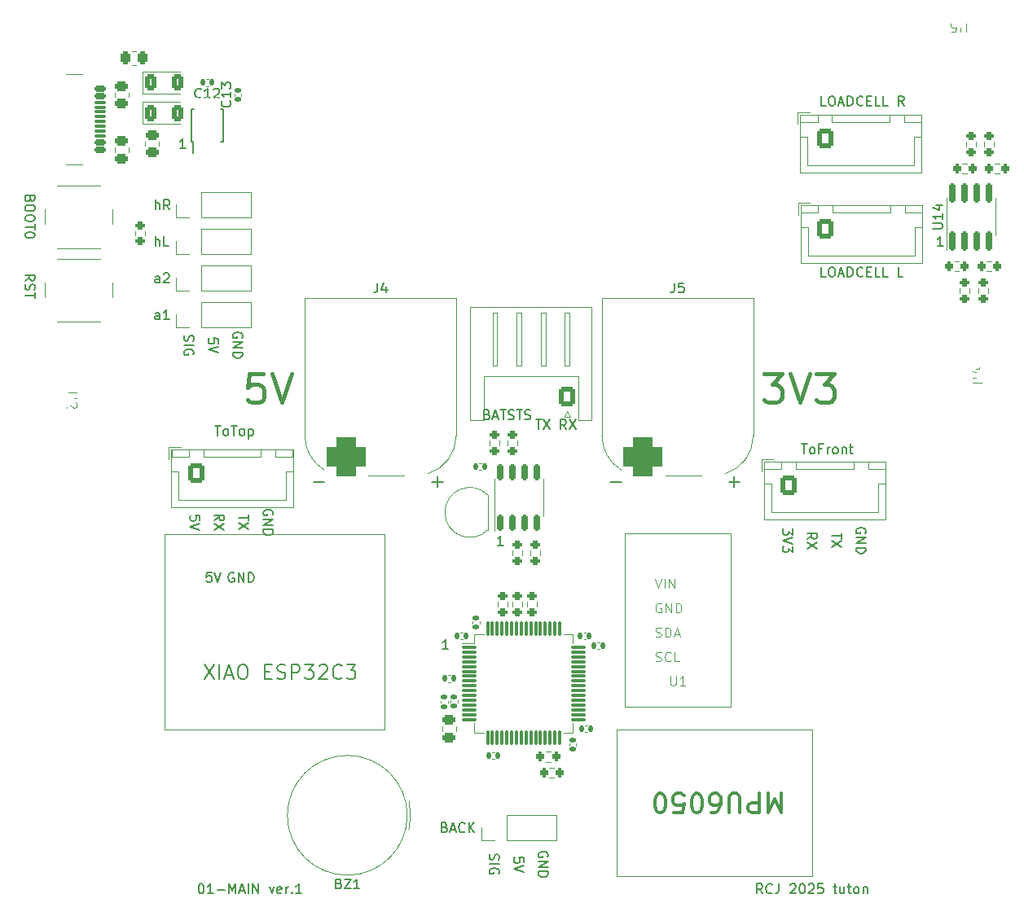
<source format=gbr>
%TF.GenerationSoftware,KiCad,Pcbnew,7.0.9*%
%TF.CreationDate,2024-10-29T13:44:47+09:00*%
%TF.ProjectId,01-main,30312d6d-6169-46e2-9e6b-696361645f70,rev?*%
%TF.SameCoordinates,Original*%
%TF.FileFunction,Legend,Top*%
%TF.FilePolarity,Positive*%
%FSLAX46Y46*%
G04 Gerber Fmt 4.6, Leading zero omitted, Abs format (unit mm)*
G04 Created by KiCad (PCBNEW 7.0.9) date 2024-10-29 13:44:47*
%MOMM*%
%LPD*%
G01*
G04 APERTURE LIST*
G04 Aperture macros list*
%AMRoundRect*
0 Rectangle with rounded corners*
0 $1 Rounding radius*
0 $2 $3 $4 $5 $6 $7 $8 $9 X,Y pos of 4 corners*
0 Add a 4 corners polygon primitive as box body*
4,1,4,$2,$3,$4,$5,$6,$7,$8,$9,$2,$3,0*
0 Add four circle primitives for the rounded corners*
1,1,$1+$1,$2,$3*
1,1,$1+$1,$4,$5*
1,1,$1+$1,$6,$7*
1,1,$1+$1,$8,$9*
0 Add four rect primitives between the rounded corners*
20,1,$1+$1,$2,$3,$4,$5,0*
20,1,$1+$1,$4,$5,$6,$7,0*
20,1,$1+$1,$6,$7,$8,$9,0*
20,1,$1+$1,$8,$9,$2,$3,0*%
G04 Aperture macros list end*
%ADD10C,0.150000*%
%ADD11C,0.200000*%
%ADD12C,0.400000*%
%ADD13C,0.100000*%
%ADD14C,0.300000*%
%ADD15C,0.120000*%
%ADD16C,0.050000*%
%ADD17RoundRect,0.200000X0.275000X-0.200000X0.275000X0.200000X-0.275000X0.200000X-0.275000X-0.200000X0*%
%ADD18RoundRect,0.250000X-0.600000X-0.725000X0.600000X-0.725000X0.600000X0.725000X-0.600000X0.725000X0*%
%ADD19O,1.700000X1.950000*%
%ADD20RoundRect,0.140000X0.140000X0.170000X-0.140000X0.170000X-0.140000X-0.170000X0.140000X-0.170000X0*%
%ADD21C,1.524000*%
%ADD22RoundRect,0.200000X-0.275000X0.200000X-0.275000X-0.200000X0.275000X-0.200000X0.275000X0.200000X0*%
%ADD23RoundRect,0.140000X-0.170000X0.140000X-0.170000X-0.140000X0.170000X-0.140000X0.170000X0.140000X0*%
%ADD24C,3.200000*%
%ADD25R,0.900000X2.000000*%
%ADD26RoundRect,1.025000X-1.025000X-1.025000X1.025000X-1.025000X1.025000X1.025000X-1.025000X1.025000X0*%
%ADD27C,4.100000*%
%ADD28R,0.300000X1.400000*%
%ADD29RoundRect,0.200000X-0.200000X-0.275000X0.200000X-0.275000X0.200000X0.275000X-0.200000X0.275000X0*%
%ADD30R,1.700000X1.700000*%
%ADD31O,1.700000X1.700000*%
%ADD32RoundRect,0.140000X-0.140000X-0.170000X0.140000X-0.170000X0.140000X0.170000X-0.140000X0.170000X0*%
%ADD33C,2.000000*%
%ADD34RoundRect,0.250000X0.600000X0.725000X-0.600000X0.725000X-0.600000X-0.725000X0.600000X-0.725000X0*%
%ADD35RoundRect,0.075000X-0.700000X-0.075000X0.700000X-0.075000X0.700000X0.075000X-0.700000X0.075000X0*%
%ADD36RoundRect,0.075000X-0.075000X-0.700000X0.075000X-0.700000X0.075000X0.700000X-0.075000X0.700000X0*%
%ADD37RoundRect,0.250000X0.450000X-0.262500X0.450000X0.262500X-0.450000X0.262500X-0.450000X-0.262500X0*%
%ADD38RoundRect,0.150000X0.150000X-0.825000X0.150000X0.825000X-0.150000X0.825000X-0.150000X-0.825000X0*%
%ADD39RoundRect,0.250000X-0.450000X0.262500X-0.450000X-0.262500X0.450000X-0.262500X0.450000X0.262500X0*%
%ADD40RoundRect,0.140000X0.170000X-0.140000X0.170000X0.140000X-0.170000X0.140000X-0.170000X-0.140000X0*%
%ADD41RoundRect,0.250000X0.262500X0.450000X-0.262500X0.450000X-0.262500X-0.450000X0.262500X-0.450000X0*%
%ADD42C,0.650000*%
%ADD43RoundRect,0.150000X-0.425000X0.150000X-0.425000X-0.150000X0.425000X-0.150000X0.425000X0.150000X0*%
%ADD44RoundRect,0.075000X-0.500000X0.075000X-0.500000X-0.075000X0.500000X-0.075000X0.500000X0.075000X0*%
%ADD45O,2.100000X1.000000*%
%ADD46O,1.800000X1.000000*%
%ADD47RoundRect,0.250000X-0.375000X-0.625000X0.375000X-0.625000X0.375000X0.625000X-0.375000X0.625000X0*%
%ADD48R,2.000000X2.000000*%
%ADD49RoundRect,0.150000X0.150000X-0.675000X0.150000X0.675000X-0.150000X0.675000X-0.150000X-0.675000X0*%
%ADD50R,1.500000X1.050000*%
%ADD51O,1.500000X1.050000*%
G04 APERTURE END LIST*
D10*
X101460180Y-114808095D02*
X101460180Y-115379523D01*
X100460180Y-115093809D02*
X101460180Y-115093809D01*
X101460180Y-115617619D02*
X100460180Y-116284285D01*
X101460180Y-116284285D02*
X100460180Y-115617619D01*
X122205714Y-128774819D02*
X121634286Y-128774819D01*
X121920000Y-128774819D02*
X121920000Y-127774819D01*
X121920000Y-127774819D02*
X121824762Y-127917676D01*
X121824762Y-127917676D02*
X121729524Y-128012914D01*
X121729524Y-128012914D02*
X121634286Y-128060533D01*
X127920714Y-117979819D02*
X127349286Y-117979819D01*
X127635000Y-117979819D02*
X127635000Y-116979819D01*
X127635000Y-116979819D02*
X127539762Y-117122676D01*
X127539762Y-117122676D02*
X127444524Y-117217914D01*
X127444524Y-117217914D02*
X127349286Y-117265533D01*
X91776779Y-83054819D02*
X91776779Y-82054819D01*
X92205350Y-83054819D02*
X92205350Y-82531009D01*
X92205350Y-82531009D02*
X92157731Y-82435771D01*
X92157731Y-82435771D02*
X92062493Y-82388152D01*
X92062493Y-82388152D02*
X91919636Y-82388152D01*
X91919636Y-82388152D02*
X91824398Y-82435771D01*
X91824398Y-82435771D02*
X91776779Y-82483390D01*
X93252969Y-83054819D02*
X92919636Y-82578628D01*
X92681541Y-83054819D02*
X92681541Y-82054819D01*
X92681541Y-82054819D02*
X93062493Y-82054819D01*
X93062493Y-82054819D02*
X93157731Y-82102438D01*
X93157731Y-82102438D02*
X93205350Y-82150057D01*
X93205350Y-82150057D02*
X93252969Y-82245295D01*
X93252969Y-82245295D02*
X93252969Y-82388152D01*
X93252969Y-82388152D02*
X93205350Y-82483390D01*
X93205350Y-82483390D02*
X93157731Y-82531009D01*
X93157731Y-82531009D02*
X93062493Y-82578628D01*
X93062493Y-82578628D02*
X92681541Y-82578628D01*
X103952561Y-114808095D02*
X104000180Y-114712857D01*
X104000180Y-114712857D02*
X104000180Y-114570000D01*
X104000180Y-114570000D02*
X103952561Y-114427143D01*
X103952561Y-114427143D02*
X103857323Y-114331905D01*
X103857323Y-114331905D02*
X103762085Y-114284286D01*
X103762085Y-114284286D02*
X103571609Y-114236667D01*
X103571609Y-114236667D02*
X103428752Y-114236667D01*
X103428752Y-114236667D02*
X103238276Y-114284286D01*
X103238276Y-114284286D02*
X103143038Y-114331905D01*
X103143038Y-114331905D02*
X103047800Y-114427143D01*
X103047800Y-114427143D02*
X103000180Y-114570000D01*
X103000180Y-114570000D02*
X103000180Y-114665238D01*
X103000180Y-114665238D02*
X103047800Y-114808095D01*
X103047800Y-114808095D02*
X103095419Y-114855714D01*
X103095419Y-114855714D02*
X103428752Y-114855714D01*
X103428752Y-114855714D02*
X103428752Y-114665238D01*
X103000180Y-115284286D02*
X104000180Y-115284286D01*
X104000180Y-115284286D02*
X103000180Y-115855714D01*
X103000180Y-115855714D02*
X104000180Y-115855714D01*
X103000180Y-116331905D02*
X104000180Y-116331905D01*
X104000180Y-116331905D02*
X104000180Y-116570000D01*
X104000180Y-116570000D02*
X103952561Y-116712857D01*
X103952561Y-116712857D02*
X103857323Y-116808095D01*
X103857323Y-116808095D02*
X103762085Y-116855714D01*
X103762085Y-116855714D02*
X103571609Y-116903333D01*
X103571609Y-116903333D02*
X103428752Y-116903333D01*
X103428752Y-116903333D02*
X103238276Y-116855714D01*
X103238276Y-116855714D02*
X103143038Y-116808095D01*
X103143038Y-116808095D02*
X103047800Y-116712857D01*
X103047800Y-116712857D02*
X103000180Y-116570000D01*
X103000180Y-116570000D02*
X103000180Y-116331905D01*
X128463865Y-104849209D02*
X128606722Y-104896828D01*
X128606722Y-104896828D02*
X128844817Y-104896828D01*
X128844817Y-104896828D02*
X128940055Y-104849209D01*
X128940055Y-104849209D02*
X128987674Y-104801589D01*
X128987674Y-104801589D02*
X129035293Y-104706351D01*
X129035293Y-104706351D02*
X129035293Y-104611113D01*
X129035293Y-104611113D02*
X128987674Y-104515875D01*
X128987674Y-104515875D02*
X128940055Y-104468256D01*
X128940055Y-104468256D02*
X128844817Y-104420637D01*
X128844817Y-104420637D02*
X128654341Y-104373018D01*
X128654341Y-104373018D02*
X128559103Y-104325399D01*
X128559103Y-104325399D02*
X128511484Y-104277780D01*
X128511484Y-104277780D02*
X128463865Y-104182542D01*
X128463865Y-104182542D02*
X128463865Y-104087304D01*
X128463865Y-104087304D02*
X128511484Y-103992066D01*
X128511484Y-103992066D02*
X128559103Y-103944447D01*
X128559103Y-103944447D02*
X128654341Y-103896828D01*
X128654341Y-103896828D02*
X128892436Y-103896828D01*
X128892436Y-103896828D02*
X129035293Y-103944447D01*
X129321008Y-103896828D02*
X129892436Y-103896828D01*
X129606722Y-104896828D02*
X129606722Y-103896828D01*
X130178151Y-104849209D02*
X130321008Y-104896828D01*
X130321008Y-104896828D02*
X130559103Y-104896828D01*
X130559103Y-104896828D02*
X130654341Y-104849209D01*
X130654341Y-104849209D02*
X130701960Y-104801589D01*
X130701960Y-104801589D02*
X130749579Y-104706351D01*
X130749579Y-104706351D02*
X130749579Y-104611113D01*
X130749579Y-104611113D02*
X130701960Y-104515875D01*
X130701960Y-104515875D02*
X130654341Y-104468256D01*
X130654341Y-104468256D02*
X130559103Y-104420637D01*
X130559103Y-104420637D02*
X130368627Y-104373018D01*
X130368627Y-104373018D02*
X130273389Y-104325399D01*
X130273389Y-104325399D02*
X130225770Y-104277780D01*
X130225770Y-104277780D02*
X130178151Y-104182542D01*
X130178151Y-104182542D02*
X130178151Y-104087304D01*
X130178151Y-104087304D02*
X130225770Y-103992066D01*
X130225770Y-103992066D02*
X130273389Y-103944447D01*
X130273389Y-103944447D02*
X130368627Y-103896828D01*
X130368627Y-103896828D02*
X130606722Y-103896828D01*
X130606722Y-103896828D02*
X130749579Y-103944447D01*
X91776779Y-86864819D02*
X91776779Y-85864819D01*
X92205350Y-86864819D02*
X92205350Y-86341009D01*
X92205350Y-86341009D02*
X92157731Y-86245771D01*
X92157731Y-86245771D02*
X92062493Y-86198152D01*
X92062493Y-86198152D02*
X91919636Y-86198152D01*
X91919636Y-86198152D02*
X91824398Y-86245771D01*
X91824398Y-86245771D02*
X91776779Y-86293390D01*
X93157731Y-86864819D02*
X92681541Y-86864819D01*
X92681541Y-86864819D02*
X92681541Y-85864819D01*
X92205350Y-90674819D02*
X92205350Y-90151009D01*
X92205350Y-90151009D02*
X92157731Y-90055771D01*
X92157731Y-90055771D02*
X92062493Y-90008152D01*
X92062493Y-90008152D02*
X91872017Y-90008152D01*
X91872017Y-90008152D02*
X91776779Y-90055771D01*
X92205350Y-90627200D02*
X92110112Y-90674819D01*
X92110112Y-90674819D02*
X91872017Y-90674819D01*
X91872017Y-90674819D02*
X91776779Y-90627200D01*
X91776779Y-90627200D02*
X91729160Y-90531961D01*
X91729160Y-90531961D02*
X91729160Y-90436723D01*
X91729160Y-90436723D02*
X91776779Y-90341485D01*
X91776779Y-90341485D02*
X91872017Y-90293866D01*
X91872017Y-90293866D02*
X92110112Y-90293866D01*
X92110112Y-90293866D02*
X92205350Y-90246247D01*
X92633922Y-89770057D02*
X92681541Y-89722438D01*
X92681541Y-89722438D02*
X92776779Y-89674819D01*
X92776779Y-89674819D02*
X93014874Y-89674819D01*
X93014874Y-89674819D02*
X93110112Y-89722438D01*
X93110112Y-89722438D02*
X93157731Y-89770057D01*
X93157731Y-89770057D02*
X93205350Y-89865295D01*
X93205350Y-89865295D02*
X93205350Y-89960533D01*
X93205350Y-89960533D02*
X93157731Y-90103390D01*
X93157731Y-90103390D02*
X92586303Y-90674819D01*
X92586303Y-90674819D02*
X93205350Y-90674819D01*
X126542800Y-150106191D02*
X126495180Y-150249048D01*
X126495180Y-150249048D02*
X126495180Y-150487143D01*
X126495180Y-150487143D02*
X126542800Y-150582381D01*
X126542800Y-150582381D02*
X126590419Y-150630000D01*
X126590419Y-150630000D02*
X126685657Y-150677619D01*
X126685657Y-150677619D02*
X126780895Y-150677619D01*
X126780895Y-150677619D02*
X126876133Y-150630000D01*
X126876133Y-150630000D02*
X126923752Y-150582381D01*
X126923752Y-150582381D02*
X126971371Y-150487143D01*
X126971371Y-150487143D02*
X127018990Y-150296667D01*
X127018990Y-150296667D02*
X127066609Y-150201429D01*
X127066609Y-150201429D02*
X127114228Y-150153810D01*
X127114228Y-150153810D02*
X127209466Y-150106191D01*
X127209466Y-150106191D02*
X127304704Y-150106191D01*
X127304704Y-150106191D02*
X127399942Y-150153810D01*
X127399942Y-150153810D02*
X127447561Y-150201429D01*
X127447561Y-150201429D02*
X127495180Y-150296667D01*
X127495180Y-150296667D02*
X127495180Y-150534762D01*
X127495180Y-150534762D02*
X127447561Y-150677619D01*
X126495180Y-151106191D02*
X127495180Y-151106191D01*
X127447561Y-152106190D02*
X127495180Y-152010952D01*
X127495180Y-152010952D02*
X127495180Y-151868095D01*
X127495180Y-151868095D02*
X127447561Y-151725238D01*
X127447561Y-151725238D02*
X127352323Y-151630000D01*
X127352323Y-151630000D02*
X127257085Y-151582381D01*
X127257085Y-151582381D02*
X127066609Y-151534762D01*
X127066609Y-151534762D02*
X126923752Y-151534762D01*
X126923752Y-151534762D02*
X126733276Y-151582381D01*
X126733276Y-151582381D02*
X126638038Y-151630000D01*
X126638038Y-151630000D02*
X126542800Y-151725238D01*
X126542800Y-151725238D02*
X126495180Y-151868095D01*
X126495180Y-151868095D02*
X126495180Y-151963333D01*
X126495180Y-151963333D02*
X126542800Y-152106190D01*
X126542800Y-152106190D02*
X126590419Y-152153809D01*
X126590419Y-152153809D02*
X126923752Y-152153809D01*
X126923752Y-152153809D02*
X126923752Y-151963333D01*
X97920180Y-115403333D02*
X98396371Y-115070000D01*
X97920180Y-114831905D02*
X98920180Y-114831905D01*
X98920180Y-114831905D02*
X98920180Y-115212857D01*
X98920180Y-115212857D02*
X98872561Y-115308095D01*
X98872561Y-115308095D02*
X98824942Y-115355714D01*
X98824942Y-115355714D02*
X98729704Y-115403333D01*
X98729704Y-115403333D02*
X98586847Y-115403333D01*
X98586847Y-115403333D02*
X98491609Y-115355714D01*
X98491609Y-115355714D02*
X98443990Y-115308095D01*
X98443990Y-115308095D02*
X98396371Y-115212857D01*
X98396371Y-115212857D02*
X98396371Y-114831905D01*
X98920180Y-115736667D02*
X97920180Y-116403333D01*
X98920180Y-116403333D02*
X97920180Y-115736667D01*
D11*
X96865863Y-130386028D02*
X97865863Y-131886028D01*
X97865863Y-130386028D02*
X96865863Y-131886028D01*
X98437291Y-131886028D02*
X98437291Y-130386028D01*
X99080149Y-131457457D02*
X99794435Y-131457457D01*
X98937292Y-131886028D02*
X99437292Y-130386028D01*
X99437292Y-130386028D02*
X99937292Y-131886028D01*
X100723006Y-130386028D02*
X101008720Y-130386028D01*
X101008720Y-130386028D02*
X101151577Y-130457457D01*
X101151577Y-130457457D02*
X101294434Y-130600314D01*
X101294434Y-130600314D02*
X101365863Y-130886028D01*
X101365863Y-130886028D02*
X101365863Y-131386028D01*
X101365863Y-131386028D02*
X101294434Y-131671742D01*
X101294434Y-131671742D02*
X101151577Y-131814600D01*
X101151577Y-131814600D02*
X101008720Y-131886028D01*
X101008720Y-131886028D02*
X100723006Y-131886028D01*
X100723006Y-131886028D02*
X100580149Y-131814600D01*
X100580149Y-131814600D02*
X100437291Y-131671742D01*
X100437291Y-131671742D02*
X100365863Y-131386028D01*
X100365863Y-131386028D02*
X100365863Y-130886028D01*
X100365863Y-130886028D02*
X100437291Y-130600314D01*
X100437291Y-130600314D02*
X100580149Y-130457457D01*
X100580149Y-130457457D02*
X100723006Y-130386028D01*
X103151577Y-131100314D02*
X103651577Y-131100314D01*
X103865863Y-131886028D02*
X103151577Y-131886028D01*
X103151577Y-131886028D02*
X103151577Y-130386028D01*
X103151577Y-130386028D02*
X103865863Y-130386028D01*
X104437292Y-131814600D02*
X104651578Y-131886028D01*
X104651578Y-131886028D02*
X105008720Y-131886028D01*
X105008720Y-131886028D02*
X105151578Y-131814600D01*
X105151578Y-131814600D02*
X105223006Y-131743171D01*
X105223006Y-131743171D02*
X105294435Y-131600314D01*
X105294435Y-131600314D02*
X105294435Y-131457457D01*
X105294435Y-131457457D02*
X105223006Y-131314600D01*
X105223006Y-131314600D02*
X105151578Y-131243171D01*
X105151578Y-131243171D02*
X105008720Y-131171742D01*
X105008720Y-131171742D02*
X104723006Y-131100314D01*
X104723006Y-131100314D02*
X104580149Y-131028885D01*
X104580149Y-131028885D02*
X104508720Y-130957457D01*
X104508720Y-130957457D02*
X104437292Y-130814600D01*
X104437292Y-130814600D02*
X104437292Y-130671742D01*
X104437292Y-130671742D02*
X104508720Y-130528885D01*
X104508720Y-130528885D02*
X104580149Y-130457457D01*
X104580149Y-130457457D02*
X104723006Y-130386028D01*
X104723006Y-130386028D02*
X105080149Y-130386028D01*
X105080149Y-130386028D02*
X105294435Y-130457457D01*
X105937291Y-131886028D02*
X105937291Y-130386028D01*
X105937291Y-130386028D02*
X106508720Y-130386028D01*
X106508720Y-130386028D02*
X106651577Y-130457457D01*
X106651577Y-130457457D02*
X106723006Y-130528885D01*
X106723006Y-130528885D02*
X106794434Y-130671742D01*
X106794434Y-130671742D02*
X106794434Y-130886028D01*
X106794434Y-130886028D02*
X106723006Y-131028885D01*
X106723006Y-131028885D02*
X106651577Y-131100314D01*
X106651577Y-131100314D02*
X106508720Y-131171742D01*
X106508720Y-131171742D02*
X105937291Y-131171742D01*
X107294434Y-130386028D02*
X108223006Y-130386028D01*
X108223006Y-130386028D02*
X107723006Y-130957457D01*
X107723006Y-130957457D02*
X107937291Y-130957457D01*
X107937291Y-130957457D02*
X108080149Y-131028885D01*
X108080149Y-131028885D02*
X108151577Y-131100314D01*
X108151577Y-131100314D02*
X108223006Y-131243171D01*
X108223006Y-131243171D02*
X108223006Y-131600314D01*
X108223006Y-131600314D02*
X108151577Y-131743171D01*
X108151577Y-131743171D02*
X108080149Y-131814600D01*
X108080149Y-131814600D02*
X107937291Y-131886028D01*
X107937291Y-131886028D02*
X107508720Y-131886028D01*
X107508720Y-131886028D02*
X107365863Y-131814600D01*
X107365863Y-131814600D02*
X107294434Y-131743171D01*
X108794434Y-130528885D02*
X108865862Y-130457457D01*
X108865862Y-130457457D02*
X109008720Y-130386028D01*
X109008720Y-130386028D02*
X109365862Y-130386028D01*
X109365862Y-130386028D02*
X109508720Y-130457457D01*
X109508720Y-130457457D02*
X109580148Y-130528885D01*
X109580148Y-130528885D02*
X109651577Y-130671742D01*
X109651577Y-130671742D02*
X109651577Y-130814600D01*
X109651577Y-130814600D02*
X109580148Y-131028885D01*
X109580148Y-131028885D02*
X108723005Y-131886028D01*
X108723005Y-131886028D02*
X109651577Y-131886028D01*
X111151576Y-131743171D02*
X111080148Y-131814600D01*
X111080148Y-131814600D02*
X110865862Y-131886028D01*
X110865862Y-131886028D02*
X110723005Y-131886028D01*
X110723005Y-131886028D02*
X110508719Y-131814600D01*
X110508719Y-131814600D02*
X110365862Y-131671742D01*
X110365862Y-131671742D02*
X110294433Y-131528885D01*
X110294433Y-131528885D02*
X110223005Y-131243171D01*
X110223005Y-131243171D02*
X110223005Y-131028885D01*
X110223005Y-131028885D02*
X110294433Y-130743171D01*
X110294433Y-130743171D02*
X110365862Y-130600314D01*
X110365862Y-130600314D02*
X110508719Y-130457457D01*
X110508719Y-130457457D02*
X110723005Y-130386028D01*
X110723005Y-130386028D02*
X110865862Y-130386028D01*
X110865862Y-130386028D02*
X111080148Y-130457457D01*
X111080148Y-130457457D02*
X111151576Y-130528885D01*
X111651576Y-130386028D02*
X112580148Y-130386028D01*
X112580148Y-130386028D02*
X112080148Y-130957457D01*
X112080148Y-130957457D02*
X112294433Y-130957457D01*
X112294433Y-130957457D02*
X112437291Y-131028885D01*
X112437291Y-131028885D02*
X112508719Y-131100314D01*
X112508719Y-131100314D02*
X112580148Y-131243171D01*
X112580148Y-131243171D02*
X112580148Y-131600314D01*
X112580148Y-131600314D02*
X112508719Y-131743171D01*
X112508719Y-131743171D02*
X112437291Y-131814600D01*
X112437291Y-131814600D02*
X112294433Y-131886028D01*
X112294433Y-131886028D02*
X111865862Y-131886028D01*
X111865862Y-131886028D02*
X111723005Y-131814600D01*
X111723005Y-131814600D02*
X111651576Y-131743171D01*
D10*
X94792800Y-96131191D02*
X94745180Y-96274048D01*
X94745180Y-96274048D02*
X94745180Y-96512143D01*
X94745180Y-96512143D02*
X94792800Y-96607381D01*
X94792800Y-96607381D02*
X94840419Y-96655000D01*
X94840419Y-96655000D02*
X94935657Y-96702619D01*
X94935657Y-96702619D02*
X95030895Y-96702619D01*
X95030895Y-96702619D02*
X95126133Y-96655000D01*
X95126133Y-96655000D02*
X95173752Y-96607381D01*
X95173752Y-96607381D02*
X95221371Y-96512143D01*
X95221371Y-96512143D02*
X95268990Y-96321667D01*
X95268990Y-96321667D02*
X95316609Y-96226429D01*
X95316609Y-96226429D02*
X95364228Y-96178810D01*
X95364228Y-96178810D02*
X95459466Y-96131191D01*
X95459466Y-96131191D02*
X95554704Y-96131191D01*
X95554704Y-96131191D02*
X95649942Y-96178810D01*
X95649942Y-96178810D02*
X95697561Y-96226429D01*
X95697561Y-96226429D02*
X95745180Y-96321667D01*
X95745180Y-96321667D02*
X95745180Y-96559762D01*
X95745180Y-96559762D02*
X95697561Y-96702619D01*
X94745180Y-97131191D02*
X95745180Y-97131191D01*
X95697561Y-98131190D02*
X95745180Y-98035952D01*
X95745180Y-98035952D02*
X95745180Y-97893095D01*
X95745180Y-97893095D02*
X95697561Y-97750238D01*
X95697561Y-97750238D02*
X95602323Y-97655000D01*
X95602323Y-97655000D02*
X95507085Y-97607381D01*
X95507085Y-97607381D02*
X95316609Y-97559762D01*
X95316609Y-97559762D02*
X95173752Y-97559762D01*
X95173752Y-97559762D02*
X94983276Y-97607381D01*
X94983276Y-97607381D02*
X94888038Y-97655000D01*
X94888038Y-97655000D02*
X94792800Y-97750238D01*
X94792800Y-97750238D02*
X94745180Y-97893095D01*
X94745180Y-97893095D02*
X94745180Y-97988333D01*
X94745180Y-97988333D02*
X94792800Y-98131190D01*
X94792800Y-98131190D02*
X94840419Y-98178809D01*
X94840419Y-98178809D02*
X95173752Y-98178809D01*
X95173752Y-98178809D02*
X95173752Y-97988333D01*
X131318095Y-104914819D02*
X131889523Y-104914819D01*
X131603809Y-105914819D02*
X131603809Y-104914819D01*
X132127619Y-104914819D02*
X132794285Y-105914819D01*
X132794285Y-104914819D02*
X132127619Y-105914819D01*
D12*
X102933571Y-100117057D02*
X101504999Y-100117057D01*
X101504999Y-100117057D02*
X101362142Y-101545628D01*
X101362142Y-101545628D02*
X101504999Y-101402771D01*
X101504999Y-101402771D02*
X101790714Y-101259914D01*
X101790714Y-101259914D02*
X102504999Y-101259914D01*
X102504999Y-101259914D02*
X102790714Y-101402771D01*
X102790714Y-101402771D02*
X102933571Y-101545628D01*
X102933571Y-101545628D02*
X103076428Y-101831342D01*
X103076428Y-101831342D02*
X103076428Y-102545628D01*
X103076428Y-102545628D02*
X102933571Y-102831342D01*
X102933571Y-102831342D02*
X102790714Y-102974200D01*
X102790714Y-102974200D02*
X102504999Y-103117057D01*
X102504999Y-103117057D02*
X101790714Y-103117057D01*
X101790714Y-103117057D02*
X101504999Y-102974200D01*
X101504999Y-102974200D02*
X101362142Y-102831342D01*
X103933571Y-100117057D02*
X104933571Y-103117057D01*
X104933571Y-103117057D02*
X105933571Y-100117057D01*
D10*
X92205350Y-94484819D02*
X92205350Y-93961009D01*
X92205350Y-93961009D02*
X92157731Y-93865771D01*
X92157731Y-93865771D02*
X92062493Y-93818152D01*
X92062493Y-93818152D02*
X91872017Y-93818152D01*
X91872017Y-93818152D02*
X91776779Y-93865771D01*
X92205350Y-94437200D02*
X92110112Y-94484819D01*
X92110112Y-94484819D02*
X91872017Y-94484819D01*
X91872017Y-94484819D02*
X91776779Y-94437200D01*
X91776779Y-94437200D02*
X91729160Y-94341961D01*
X91729160Y-94341961D02*
X91729160Y-94246723D01*
X91729160Y-94246723D02*
X91776779Y-94151485D01*
X91776779Y-94151485D02*
X91872017Y-94103866D01*
X91872017Y-94103866D02*
X92110112Y-94103866D01*
X92110112Y-94103866D02*
X92205350Y-94056247D01*
X93205350Y-94484819D02*
X92633922Y-94484819D01*
X92919636Y-94484819D02*
X92919636Y-93484819D01*
X92919636Y-93484819D02*
X92824398Y-93627676D01*
X92824398Y-93627676D02*
X92729160Y-93722914D01*
X92729160Y-93722914D02*
X92633922Y-93770533D01*
X78758990Y-81950112D02*
X78711371Y-82092969D01*
X78711371Y-82092969D02*
X78663752Y-82140588D01*
X78663752Y-82140588D02*
X78568514Y-82188207D01*
X78568514Y-82188207D02*
X78425657Y-82188207D01*
X78425657Y-82188207D02*
X78330419Y-82140588D01*
X78330419Y-82140588D02*
X78282800Y-82092969D01*
X78282800Y-82092969D02*
X78235180Y-81997731D01*
X78235180Y-81997731D02*
X78235180Y-81616779D01*
X78235180Y-81616779D02*
X79235180Y-81616779D01*
X79235180Y-81616779D02*
X79235180Y-81950112D01*
X79235180Y-81950112D02*
X79187561Y-82045350D01*
X79187561Y-82045350D02*
X79139942Y-82092969D01*
X79139942Y-82092969D02*
X79044704Y-82140588D01*
X79044704Y-82140588D02*
X78949466Y-82140588D01*
X78949466Y-82140588D02*
X78854228Y-82092969D01*
X78854228Y-82092969D02*
X78806609Y-82045350D01*
X78806609Y-82045350D02*
X78758990Y-81950112D01*
X78758990Y-81950112D02*
X78758990Y-81616779D01*
X79235180Y-82807255D02*
X79235180Y-82997731D01*
X79235180Y-82997731D02*
X79187561Y-83092969D01*
X79187561Y-83092969D02*
X79092323Y-83188207D01*
X79092323Y-83188207D02*
X78901847Y-83235826D01*
X78901847Y-83235826D02*
X78568514Y-83235826D01*
X78568514Y-83235826D02*
X78378038Y-83188207D01*
X78378038Y-83188207D02*
X78282800Y-83092969D01*
X78282800Y-83092969D02*
X78235180Y-82997731D01*
X78235180Y-82997731D02*
X78235180Y-82807255D01*
X78235180Y-82807255D02*
X78282800Y-82712017D01*
X78282800Y-82712017D02*
X78378038Y-82616779D01*
X78378038Y-82616779D02*
X78568514Y-82569160D01*
X78568514Y-82569160D02*
X78901847Y-82569160D01*
X78901847Y-82569160D02*
X79092323Y-82616779D01*
X79092323Y-82616779D02*
X79187561Y-82712017D01*
X79187561Y-82712017D02*
X79235180Y-82807255D01*
X79235180Y-83854874D02*
X79235180Y-84045350D01*
X79235180Y-84045350D02*
X79187561Y-84140588D01*
X79187561Y-84140588D02*
X79092323Y-84235826D01*
X79092323Y-84235826D02*
X78901847Y-84283445D01*
X78901847Y-84283445D02*
X78568514Y-84283445D01*
X78568514Y-84283445D02*
X78378038Y-84235826D01*
X78378038Y-84235826D02*
X78282800Y-84140588D01*
X78282800Y-84140588D02*
X78235180Y-84045350D01*
X78235180Y-84045350D02*
X78235180Y-83854874D01*
X78235180Y-83854874D02*
X78282800Y-83759636D01*
X78282800Y-83759636D02*
X78378038Y-83664398D01*
X78378038Y-83664398D02*
X78568514Y-83616779D01*
X78568514Y-83616779D02*
X78901847Y-83616779D01*
X78901847Y-83616779D02*
X79092323Y-83664398D01*
X79092323Y-83664398D02*
X79187561Y-83759636D01*
X79187561Y-83759636D02*
X79235180Y-83854874D01*
X79235180Y-84569160D02*
X79235180Y-85140588D01*
X78235180Y-84854874D02*
X79235180Y-84854874D01*
X79235180Y-85664398D02*
X79235180Y-85759636D01*
X79235180Y-85759636D02*
X79187561Y-85854874D01*
X79187561Y-85854874D02*
X79139942Y-85902493D01*
X79139942Y-85902493D02*
X79044704Y-85950112D01*
X79044704Y-85950112D02*
X78854228Y-85997731D01*
X78854228Y-85997731D02*
X78616133Y-85997731D01*
X78616133Y-85997731D02*
X78425657Y-85950112D01*
X78425657Y-85950112D02*
X78330419Y-85902493D01*
X78330419Y-85902493D02*
X78282800Y-85854874D01*
X78282800Y-85854874D02*
X78235180Y-85759636D01*
X78235180Y-85759636D02*
X78235180Y-85664398D01*
X78235180Y-85664398D02*
X78282800Y-85569160D01*
X78282800Y-85569160D02*
X78330419Y-85521541D01*
X78330419Y-85521541D02*
X78425657Y-85473922D01*
X78425657Y-85473922D02*
X78616133Y-85426303D01*
X78616133Y-85426303D02*
X78854228Y-85426303D01*
X78854228Y-85426303D02*
X79044704Y-85473922D01*
X79044704Y-85473922D02*
X79139942Y-85521541D01*
X79139942Y-85521541D02*
X79187561Y-85569160D01*
X79187561Y-85569160D02*
X79235180Y-85664398D01*
X96380180Y-115379523D02*
X96380180Y-114903333D01*
X96380180Y-114903333D02*
X95903990Y-114855714D01*
X95903990Y-114855714D02*
X95951609Y-114903333D01*
X95951609Y-114903333D02*
X95999228Y-114998571D01*
X95999228Y-114998571D02*
X95999228Y-115236666D01*
X95999228Y-115236666D02*
X95951609Y-115331904D01*
X95951609Y-115331904D02*
X95903990Y-115379523D01*
X95903990Y-115379523D02*
X95808752Y-115427142D01*
X95808752Y-115427142D02*
X95570657Y-115427142D01*
X95570657Y-115427142D02*
X95475419Y-115379523D01*
X95475419Y-115379523D02*
X95427800Y-115331904D01*
X95427800Y-115331904D02*
X95380180Y-115236666D01*
X95380180Y-115236666D02*
X95380180Y-114998571D01*
X95380180Y-114998571D02*
X95427800Y-114903333D01*
X95427800Y-114903333D02*
X95475419Y-114855714D01*
X96380180Y-115712857D02*
X95380180Y-116046190D01*
X95380180Y-116046190D02*
X96380180Y-116379523D01*
X97983922Y-105549819D02*
X98555350Y-105549819D01*
X98269636Y-106549819D02*
X98269636Y-105549819D01*
X99031541Y-106549819D02*
X98936303Y-106502200D01*
X98936303Y-106502200D02*
X98888684Y-106454580D01*
X98888684Y-106454580D02*
X98841065Y-106359342D01*
X98841065Y-106359342D02*
X98841065Y-106073628D01*
X98841065Y-106073628D02*
X98888684Y-105978390D01*
X98888684Y-105978390D02*
X98936303Y-105930771D01*
X98936303Y-105930771D02*
X99031541Y-105883152D01*
X99031541Y-105883152D02*
X99174398Y-105883152D01*
X99174398Y-105883152D02*
X99269636Y-105930771D01*
X99269636Y-105930771D02*
X99317255Y-105978390D01*
X99317255Y-105978390D02*
X99364874Y-106073628D01*
X99364874Y-106073628D02*
X99364874Y-106359342D01*
X99364874Y-106359342D02*
X99317255Y-106454580D01*
X99317255Y-106454580D02*
X99269636Y-106502200D01*
X99269636Y-106502200D02*
X99174398Y-106549819D01*
X99174398Y-106549819D02*
X99031541Y-106549819D01*
X99650589Y-105549819D02*
X100222017Y-105549819D01*
X99936303Y-106549819D02*
X99936303Y-105549819D01*
X100698208Y-106549819D02*
X100602970Y-106502200D01*
X100602970Y-106502200D02*
X100555351Y-106454580D01*
X100555351Y-106454580D02*
X100507732Y-106359342D01*
X100507732Y-106359342D02*
X100507732Y-106073628D01*
X100507732Y-106073628D02*
X100555351Y-105978390D01*
X100555351Y-105978390D02*
X100602970Y-105930771D01*
X100602970Y-105930771D02*
X100698208Y-105883152D01*
X100698208Y-105883152D02*
X100841065Y-105883152D01*
X100841065Y-105883152D02*
X100936303Y-105930771D01*
X100936303Y-105930771D02*
X100983922Y-105978390D01*
X100983922Y-105978390D02*
X101031541Y-106073628D01*
X101031541Y-106073628D02*
X101031541Y-106359342D01*
X101031541Y-106359342D02*
X100983922Y-106454580D01*
X100983922Y-106454580D02*
X100936303Y-106502200D01*
X100936303Y-106502200D02*
X100841065Y-106549819D01*
X100841065Y-106549819D02*
X100698208Y-106549819D01*
X101460113Y-105883152D02*
X101460113Y-106883152D01*
X101460113Y-105930771D02*
X101555351Y-105883152D01*
X101555351Y-105883152D02*
X101745827Y-105883152D01*
X101745827Y-105883152D02*
X101841065Y-105930771D01*
X101841065Y-105930771D02*
X101888684Y-105978390D01*
X101888684Y-105978390D02*
X101936303Y-106073628D01*
X101936303Y-106073628D02*
X101936303Y-106359342D01*
X101936303Y-106359342D02*
X101888684Y-106454580D01*
X101888684Y-106454580D02*
X101841065Y-106502200D01*
X101841065Y-106502200D02*
X101745827Y-106549819D01*
X101745827Y-106549819D02*
X101555351Y-106549819D01*
X101555351Y-106549819D02*
X101460113Y-106502200D01*
X100777561Y-96393095D02*
X100825180Y-96297857D01*
X100825180Y-96297857D02*
X100825180Y-96155000D01*
X100825180Y-96155000D02*
X100777561Y-96012143D01*
X100777561Y-96012143D02*
X100682323Y-95916905D01*
X100682323Y-95916905D02*
X100587085Y-95869286D01*
X100587085Y-95869286D02*
X100396609Y-95821667D01*
X100396609Y-95821667D02*
X100253752Y-95821667D01*
X100253752Y-95821667D02*
X100063276Y-95869286D01*
X100063276Y-95869286D02*
X99968038Y-95916905D01*
X99968038Y-95916905D02*
X99872800Y-96012143D01*
X99872800Y-96012143D02*
X99825180Y-96155000D01*
X99825180Y-96155000D02*
X99825180Y-96250238D01*
X99825180Y-96250238D02*
X99872800Y-96393095D01*
X99872800Y-96393095D02*
X99920419Y-96440714D01*
X99920419Y-96440714D02*
X100253752Y-96440714D01*
X100253752Y-96440714D02*
X100253752Y-96250238D01*
X99825180Y-96869286D02*
X100825180Y-96869286D01*
X100825180Y-96869286D02*
X99825180Y-97440714D01*
X99825180Y-97440714D02*
X100825180Y-97440714D01*
X99825180Y-97916905D02*
X100825180Y-97916905D01*
X100825180Y-97916905D02*
X100825180Y-98155000D01*
X100825180Y-98155000D02*
X100777561Y-98297857D01*
X100777561Y-98297857D02*
X100682323Y-98393095D01*
X100682323Y-98393095D02*
X100587085Y-98440714D01*
X100587085Y-98440714D02*
X100396609Y-98488333D01*
X100396609Y-98488333D02*
X100253752Y-98488333D01*
X100253752Y-98488333D02*
X100063276Y-98440714D01*
X100063276Y-98440714D02*
X99968038Y-98393095D01*
X99968038Y-98393095D02*
X99872800Y-98297857D01*
X99872800Y-98297857D02*
X99825180Y-98155000D01*
X99825180Y-98155000D02*
X99825180Y-97916905D01*
X94900714Y-76704819D02*
X94329286Y-76704819D01*
X94615000Y-76704819D02*
X94615000Y-75704819D01*
X94615000Y-75704819D02*
X94519762Y-75847676D01*
X94519762Y-75847676D02*
X94424524Y-75942914D01*
X94424524Y-75942914D02*
X94329286Y-75990533D01*
X121832857Y-147301009D02*
X121975714Y-147348628D01*
X121975714Y-147348628D02*
X122023333Y-147396247D01*
X122023333Y-147396247D02*
X122070952Y-147491485D01*
X122070952Y-147491485D02*
X122070952Y-147634342D01*
X122070952Y-147634342D02*
X122023333Y-147729580D01*
X122023333Y-147729580D02*
X121975714Y-147777200D01*
X121975714Y-147777200D02*
X121880476Y-147824819D01*
X121880476Y-147824819D02*
X121499524Y-147824819D01*
X121499524Y-147824819D02*
X121499524Y-146824819D01*
X121499524Y-146824819D02*
X121832857Y-146824819D01*
X121832857Y-146824819D02*
X121928095Y-146872438D01*
X121928095Y-146872438D02*
X121975714Y-146920057D01*
X121975714Y-146920057D02*
X122023333Y-147015295D01*
X122023333Y-147015295D02*
X122023333Y-147110533D01*
X122023333Y-147110533D02*
X121975714Y-147205771D01*
X121975714Y-147205771D02*
X121928095Y-147253390D01*
X121928095Y-147253390D02*
X121832857Y-147301009D01*
X121832857Y-147301009D02*
X121499524Y-147301009D01*
X122451905Y-147539104D02*
X122928095Y-147539104D01*
X122356667Y-147824819D02*
X122690000Y-146824819D01*
X122690000Y-146824819D02*
X123023333Y-147824819D01*
X123928095Y-147729580D02*
X123880476Y-147777200D01*
X123880476Y-147777200D02*
X123737619Y-147824819D01*
X123737619Y-147824819D02*
X123642381Y-147824819D01*
X123642381Y-147824819D02*
X123499524Y-147777200D01*
X123499524Y-147777200D02*
X123404286Y-147681961D01*
X123404286Y-147681961D02*
X123356667Y-147586723D01*
X123356667Y-147586723D02*
X123309048Y-147396247D01*
X123309048Y-147396247D02*
X123309048Y-147253390D01*
X123309048Y-147253390D02*
X123356667Y-147062914D01*
X123356667Y-147062914D02*
X123404286Y-146967676D01*
X123404286Y-146967676D02*
X123499524Y-146872438D01*
X123499524Y-146872438D02*
X123642381Y-146824819D01*
X123642381Y-146824819D02*
X123737619Y-146824819D01*
X123737619Y-146824819D02*
X123880476Y-146872438D01*
X123880476Y-146872438D02*
X123928095Y-146920057D01*
X124356667Y-147824819D02*
X124356667Y-146824819D01*
X124928095Y-147824819D02*
X124499524Y-147253390D01*
X124928095Y-146824819D02*
X124356667Y-147396247D01*
X126261904Y-104373018D02*
X126404761Y-104420637D01*
X126404761Y-104420637D02*
X126452380Y-104468256D01*
X126452380Y-104468256D02*
X126499999Y-104563494D01*
X126499999Y-104563494D02*
X126499999Y-104706351D01*
X126499999Y-104706351D02*
X126452380Y-104801589D01*
X126452380Y-104801589D02*
X126404761Y-104849209D01*
X126404761Y-104849209D02*
X126309523Y-104896828D01*
X126309523Y-104896828D02*
X125928571Y-104896828D01*
X125928571Y-104896828D02*
X125928571Y-103896828D01*
X125928571Y-103896828D02*
X126261904Y-103896828D01*
X126261904Y-103896828D02*
X126357142Y-103944447D01*
X126357142Y-103944447D02*
X126404761Y-103992066D01*
X126404761Y-103992066D02*
X126452380Y-104087304D01*
X126452380Y-104087304D02*
X126452380Y-104182542D01*
X126452380Y-104182542D02*
X126404761Y-104277780D01*
X126404761Y-104277780D02*
X126357142Y-104325399D01*
X126357142Y-104325399D02*
X126261904Y-104373018D01*
X126261904Y-104373018D02*
X125928571Y-104373018D01*
X126880952Y-104611113D02*
X127357142Y-104611113D01*
X126785714Y-104896828D02*
X127119047Y-103896828D01*
X127119047Y-103896828D02*
X127452380Y-104896828D01*
X127642857Y-103896828D02*
X128214285Y-103896828D01*
X127928571Y-104896828D02*
X127928571Y-103896828D01*
X99920588Y-120837438D02*
X99825350Y-120789819D01*
X99825350Y-120789819D02*
X99682493Y-120789819D01*
X99682493Y-120789819D02*
X99539636Y-120837438D01*
X99539636Y-120837438D02*
X99444398Y-120932676D01*
X99444398Y-120932676D02*
X99396779Y-121027914D01*
X99396779Y-121027914D02*
X99349160Y-121218390D01*
X99349160Y-121218390D02*
X99349160Y-121361247D01*
X99349160Y-121361247D02*
X99396779Y-121551723D01*
X99396779Y-121551723D02*
X99444398Y-121646961D01*
X99444398Y-121646961D02*
X99539636Y-121742200D01*
X99539636Y-121742200D02*
X99682493Y-121789819D01*
X99682493Y-121789819D02*
X99777731Y-121789819D01*
X99777731Y-121789819D02*
X99920588Y-121742200D01*
X99920588Y-121742200D02*
X99968207Y-121694580D01*
X99968207Y-121694580D02*
X99968207Y-121361247D01*
X99968207Y-121361247D02*
X99777731Y-121361247D01*
X100396779Y-121789819D02*
X100396779Y-120789819D01*
X100396779Y-120789819D02*
X100968207Y-121789819D01*
X100968207Y-121789819D02*
X100968207Y-120789819D01*
X101444398Y-121789819D02*
X101444398Y-120789819D01*
X101444398Y-120789819D02*
X101682493Y-120789819D01*
X101682493Y-120789819D02*
X101825350Y-120837438D01*
X101825350Y-120837438D02*
X101920588Y-120932676D01*
X101920588Y-120932676D02*
X101968207Y-121027914D01*
X101968207Y-121027914D02*
X102015826Y-121218390D01*
X102015826Y-121218390D02*
X102015826Y-121361247D01*
X102015826Y-121361247D02*
X101968207Y-121551723D01*
X101968207Y-121551723D02*
X101920588Y-121646961D01*
X101920588Y-121646961D02*
X101825350Y-121742200D01*
X101825350Y-121742200D02*
X101682493Y-121789819D01*
X101682493Y-121789819D02*
X101444398Y-121789819D01*
X165547561Y-116713095D02*
X165595180Y-116617857D01*
X165595180Y-116617857D02*
X165595180Y-116475000D01*
X165595180Y-116475000D02*
X165547561Y-116332143D01*
X165547561Y-116332143D02*
X165452323Y-116236905D01*
X165452323Y-116236905D02*
X165357085Y-116189286D01*
X165357085Y-116189286D02*
X165166609Y-116141667D01*
X165166609Y-116141667D02*
X165023752Y-116141667D01*
X165023752Y-116141667D02*
X164833276Y-116189286D01*
X164833276Y-116189286D02*
X164738038Y-116236905D01*
X164738038Y-116236905D02*
X164642800Y-116332143D01*
X164642800Y-116332143D02*
X164595180Y-116475000D01*
X164595180Y-116475000D02*
X164595180Y-116570238D01*
X164595180Y-116570238D02*
X164642800Y-116713095D01*
X164642800Y-116713095D02*
X164690419Y-116760714D01*
X164690419Y-116760714D02*
X165023752Y-116760714D01*
X165023752Y-116760714D02*
X165023752Y-116570238D01*
X164595180Y-117189286D02*
X165595180Y-117189286D01*
X165595180Y-117189286D02*
X164595180Y-117760714D01*
X164595180Y-117760714D02*
X165595180Y-117760714D01*
X164595180Y-118236905D02*
X165595180Y-118236905D01*
X165595180Y-118236905D02*
X165595180Y-118475000D01*
X165595180Y-118475000D02*
X165547561Y-118617857D01*
X165547561Y-118617857D02*
X165452323Y-118713095D01*
X165452323Y-118713095D02*
X165357085Y-118760714D01*
X165357085Y-118760714D02*
X165166609Y-118808333D01*
X165166609Y-118808333D02*
X165023752Y-118808333D01*
X165023752Y-118808333D02*
X164833276Y-118760714D01*
X164833276Y-118760714D02*
X164738038Y-118713095D01*
X164738038Y-118713095D02*
X164642800Y-118617857D01*
X164642800Y-118617857D02*
X164595180Y-118475000D01*
X164595180Y-118475000D02*
X164595180Y-118236905D01*
X98285180Y-96964523D02*
X98285180Y-96488333D01*
X98285180Y-96488333D02*
X97808990Y-96440714D01*
X97808990Y-96440714D02*
X97856609Y-96488333D01*
X97856609Y-96488333D02*
X97904228Y-96583571D01*
X97904228Y-96583571D02*
X97904228Y-96821666D01*
X97904228Y-96821666D02*
X97856609Y-96916904D01*
X97856609Y-96916904D02*
X97808990Y-96964523D01*
X97808990Y-96964523D02*
X97713752Y-97012142D01*
X97713752Y-97012142D02*
X97475657Y-97012142D01*
X97475657Y-97012142D02*
X97380419Y-96964523D01*
X97380419Y-96964523D02*
X97332800Y-96916904D01*
X97332800Y-96916904D02*
X97285180Y-96821666D01*
X97285180Y-96821666D02*
X97285180Y-96583571D01*
X97285180Y-96583571D02*
X97332800Y-96488333D01*
X97332800Y-96488333D02*
X97380419Y-96440714D01*
X98285180Y-97297857D02*
X97285180Y-97631190D01*
X97285180Y-97631190D02*
X98285180Y-97964523D01*
X158943922Y-107454819D02*
X159515350Y-107454819D01*
X159229636Y-108454819D02*
X159229636Y-107454819D01*
X159991541Y-108454819D02*
X159896303Y-108407200D01*
X159896303Y-108407200D02*
X159848684Y-108359580D01*
X159848684Y-108359580D02*
X159801065Y-108264342D01*
X159801065Y-108264342D02*
X159801065Y-107978628D01*
X159801065Y-107978628D02*
X159848684Y-107883390D01*
X159848684Y-107883390D02*
X159896303Y-107835771D01*
X159896303Y-107835771D02*
X159991541Y-107788152D01*
X159991541Y-107788152D02*
X160134398Y-107788152D01*
X160134398Y-107788152D02*
X160229636Y-107835771D01*
X160229636Y-107835771D02*
X160277255Y-107883390D01*
X160277255Y-107883390D02*
X160324874Y-107978628D01*
X160324874Y-107978628D02*
X160324874Y-108264342D01*
X160324874Y-108264342D02*
X160277255Y-108359580D01*
X160277255Y-108359580D02*
X160229636Y-108407200D01*
X160229636Y-108407200D02*
X160134398Y-108454819D01*
X160134398Y-108454819D02*
X159991541Y-108454819D01*
X161086779Y-107931009D02*
X160753446Y-107931009D01*
X160753446Y-108454819D02*
X160753446Y-107454819D01*
X160753446Y-107454819D02*
X161229636Y-107454819D01*
X161610589Y-108454819D02*
X161610589Y-107788152D01*
X161610589Y-107978628D02*
X161658208Y-107883390D01*
X161658208Y-107883390D02*
X161705827Y-107835771D01*
X161705827Y-107835771D02*
X161801065Y-107788152D01*
X161801065Y-107788152D02*
X161896303Y-107788152D01*
X162372494Y-108454819D02*
X162277256Y-108407200D01*
X162277256Y-108407200D02*
X162229637Y-108359580D01*
X162229637Y-108359580D02*
X162182018Y-108264342D01*
X162182018Y-108264342D02*
X162182018Y-107978628D01*
X162182018Y-107978628D02*
X162229637Y-107883390D01*
X162229637Y-107883390D02*
X162277256Y-107835771D01*
X162277256Y-107835771D02*
X162372494Y-107788152D01*
X162372494Y-107788152D02*
X162515351Y-107788152D01*
X162515351Y-107788152D02*
X162610589Y-107835771D01*
X162610589Y-107835771D02*
X162658208Y-107883390D01*
X162658208Y-107883390D02*
X162705827Y-107978628D01*
X162705827Y-107978628D02*
X162705827Y-108264342D01*
X162705827Y-108264342D02*
X162658208Y-108359580D01*
X162658208Y-108359580D02*
X162610589Y-108407200D01*
X162610589Y-108407200D02*
X162515351Y-108454819D01*
X162515351Y-108454819D02*
X162372494Y-108454819D01*
X163134399Y-107788152D02*
X163134399Y-108454819D01*
X163134399Y-107883390D02*
X163182018Y-107835771D01*
X163182018Y-107835771D02*
X163277256Y-107788152D01*
X163277256Y-107788152D02*
X163420113Y-107788152D01*
X163420113Y-107788152D02*
X163515351Y-107835771D01*
X163515351Y-107835771D02*
X163562970Y-107931009D01*
X163562970Y-107931009D02*
X163562970Y-108454819D01*
X163896304Y-107788152D02*
X164277256Y-107788152D01*
X164039161Y-107454819D02*
X164039161Y-108311961D01*
X164039161Y-108311961D02*
X164086780Y-108407200D01*
X164086780Y-108407200D02*
X164182018Y-108454819D01*
X164182018Y-108454819D02*
X164277256Y-108454819D01*
X163055180Y-116713095D02*
X163055180Y-117284523D01*
X162055180Y-116998809D02*
X163055180Y-116998809D01*
X163055180Y-117522619D02*
X162055180Y-118189285D01*
X163055180Y-118189285D02*
X162055180Y-117522619D01*
X161467969Y-90039819D02*
X160991779Y-90039819D01*
X160991779Y-90039819D02*
X160991779Y-89039819D01*
X161991779Y-89039819D02*
X162182255Y-89039819D01*
X162182255Y-89039819D02*
X162277493Y-89087438D01*
X162277493Y-89087438D02*
X162372731Y-89182676D01*
X162372731Y-89182676D02*
X162420350Y-89373152D01*
X162420350Y-89373152D02*
X162420350Y-89706485D01*
X162420350Y-89706485D02*
X162372731Y-89896961D01*
X162372731Y-89896961D02*
X162277493Y-89992200D01*
X162277493Y-89992200D02*
X162182255Y-90039819D01*
X162182255Y-90039819D02*
X161991779Y-90039819D01*
X161991779Y-90039819D02*
X161896541Y-89992200D01*
X161896541Y-89992200D02*
X161801303Y-89896961D01*
X161801303Y-89896961D02*
X161753684Y-89706485D01*
X161753684Y-89706485D02*
X161753684Y-89373152D01*
X161753684Y-89373152D02*
X161801303Y-89182676D01*
X161801303Y-89182676D02*
X161896541Y-89087438D01*
X161896541Y-89087438D02*
X161991779Y-89039819D01*
X162801303Y-89754104D02*
X163277493Y-89754104D01*
X162706065Y-90039819D02*
X163039398Y-89039819D01*
X163039398Y-89039819D02*
X163372731Y-90039819D01*
X163706065Y-90039819D02*
X163706065Y-89039819D01*
X163706065Y-89039819D02*
X163944160Y-89039819D01*
X163944160Y-89039819D02*
X164087017Y-89087438D01*
X164087017Y-89087438D02*
X164182255Y-89182676D01*
X164182255Y-89182676D02*
X164229874Y-89277914D01*
X164229874Y-89277914D02*
X164277493Y-89468390D01*
X164277493Y-89468390D02*
X164277493Y-89611247D01*
X164277493Y-89611247D02*
X164229874Y-89801723D01*
X164229874Y-89801723D02*
X164182255Y-89896961D01*
X164182255Y-89896961D02*
X164087017Y-89992200D01*
X164087017Y-89992200D02*
X163944160Y-90039819D01*
X163944160Y-90039819D02*
X163706065Y-90039819D01*
X165277493Y-89944580D02*
X165229874Y-89992200D01*
X165229874Y-89992200D02*
X165087017Y-90039819D01*
X165087017Y-90039819D02*
X164991779Y-90039819D01*
X164991779Y-90039819D02*
X164848922Y-89992200D01*
X164848922Y-89992200D02*
X164753684Y-89896961D01*
X164753684Y-89896961D02*
X164706065Y-89801723D01*
X164706065Y-89801723D02*
X164658446Y-89611247D01*
X164658446Y-89611247D02*
X164658446Y-89468390D01*
X164658446Y-89468390D02*
X164706065Y-89277914D01*
X164706065Y-89277914D02*
X164753684Y-89182676D01*
X164753684Y-89182676D02*
X164848922Y-89087438D01*
X164848922Y-89087438D02*
X164991779Y-89039819D01*
X164991779Y-89039819D02*
X165087017Y-89039819D01*
X165087017Y-89039819D02*
X165229874Y-89087438D01*
X165229874Y-89087438D02*
X165277493Y-89135057D01*
X165706065Y-89516009D02*
X166039398Y-89516009D01*
X166182255Y-90039819D02*
X165706065Y-90039819D01*
X165706065Y-90039819D02*
X165706065Y-89039819D01*
X165706065Y-89039819D02*
X166182255Y-89039819D01*
X167087017Y-90039819D02*
X166610827Y-90039819D01*
X166610827Y-90039819D02*
X166610827Y-89039819D01*
X167896541Y-90039819D02*
X167420351Y-90039819D01*
X167420351Y-90039819D02*
X167420351Y-89039819D01*
X169467970Y-90039819D02*
X168991780Y-90039819D01*
X168991780Y-90039819D02*
X168991780Y-89039819D01*
X132527561Y-150368095D02*
X132575180Y-150272857D01*
X132575180Y-150272857D02*
X132575180Y-150130000D01*
X132575180Y-150130000D02*
X132527561Y-149987143D01*
X132527561Y-149987143D02*
X132432323Y-149891905D01*
X132432323Y-149891905D02*
X132337085Y-149844286D01*
X132337085Y-149844286D02*
X132146609Y-149796667D01*
X132146609Y-149796667D02*
X132003752Y-149796667D01*
X132003752Y-149796667D02*
X131813276Y-149844286D01*
X131813276Y-149844286D02*
X131718038Y-149891905D01*
X131718038Y-149891905D02*
X131622800Y-149987143D01*
X131622800Y-149987143D02*
X131575180Y-150130000D01*
X131575180Y-150130000D02*
X131575180Y-150225238D01*
X131575180Y-150225238D02*
X131622800Y-150368095D01*
X131622800Y-150368095D02*
X131670419Y-150415714D01*
X131670419Y-150415714D02*
X132003752Y-150415714D01*
X132003752Y-150415714D02*
X132003752Y-150225238D01*
X131575180Y-150844286D02*
X132575180Y-150844286D01*
X132575180Y-150844286D02*
X131575180Y-151415714D01*
X131575180Y-151415714D02*
X132575180Y-151415714D01*
X131575180Y-151891905D02*
X132575180Y-151891905D01*
X132575180Y-151891905D02*
X132575180Y-152130000D01*
X132575180Y-152130000D02*
X132527561Y-152272857D01*
X132527561Y-152272857D02*
X132432323Y-152368095D01*
X132432323Y-152368095D02*
X132337085Y-152415714D01*
X132337085Y-152415714D02*
X132146609Y-152463333D01*
X132146609Y-152463333D02*
X132003752Y-152463333D01*
X132003752Y-152463333D02*
X131813276Y-152415714D01*
X131813276Y-152415714D02*
X131718038Y-152368095D01*
X131718038Y-152368095D02*
X131622800Y-152272857D01*
X131622800Y-152272857D02*
X131575180Y-152130000D01*
X131575180Y-152130000D02*
X131575180Y-151891905D01*
X96480952Y-153174819D02*
X96576190Y-153174819D01*
X96576190Y-153174819D02*
X96671428Y-153222438D01*
X96671428Y-153222438D02*
X96719047Y-153270057D01*
X96719047Y-153270057D02*
X96766666Y-153365295D01*
X96766666Y-153365295D02*
X96814285Y-153555771D01*
X96814285Y-153555771D02*
X96814285Y-153793866D01*
X96814285Y-153793866D02*
X96766666Y-153984342D01*
X96766666Y-153984342D02*
X96719047Y-154079580D01*
X96719047Y-154079580D02*
X96671428Y-154127200D01*
X96671428Y-154127200D02*
X96576190Y-154174819D01*
X96576190Y-154174819D02*
X96480952Y-154174819D01*
X96480952Y-154174819D02*
X96385714Y-154127200D01*
X96385714Y-154127200D02*
X96338095Y-154079580D01*
X96338095Y-154079580D02*
X96290476Y-153984342D01*
X96290476Y-153984342D02*
X96242857Y-153793866D01*
X96242857Y-153793866D02*
X96242857Y-153555771D01*
X96242857Y-153555771D02*
X96290476Y-153365295D01*
X96290476Y-153365295D02*
X96338095Y-153270057D01*
X96338095Y-153270057D02*
X96385714Y-153222438D01*
X96385714Y-153222438D02*
X96480952Y-153174819D01*
X97766666Y-154174819D02*
X97195238Y-154174819D01*
X97480952Y-154174819D02*
X97480952Y-153174819D01*
X97480952Y-153174819D02*
X97385714Y-153317676D01*
X97385714Y-153317676D02*
X97290476Y-153412914D01*
X97290476Y-153412914D02*
X97195238Y-153460533D01*
X98195238Y-153793866D02*
X98957143Y-153793866D01*
X99433333Y-154174819D02*
X99433333Y-153174819D01*
X99433333Y-153174819D02*
X99766666Y-153889104D01*
X99766666Y-153889104D02*
X100099999Y-153174819D01*
X100099999Y-153174819D02*
X100099999Y-154174819D01*
X100528571Y-153889104D02*
X101004761Y-153889104D01*
X100433333Y-154174819D02*
X100766666Y-153174819D01*
X100766666Y-153174819D02*
X101099999Y-154174819D01*
X101433333Y-154174819D02*
X101433333Y-153174819D01*
X101909523Y-154174819D02*
X101909523Y-153174819D01*
X101909523Y-153174819D02*
X102480951Y-154174819D01*
X102480951Y-154174819D02*
X102480951Y-153174819D01*
X103623809Y-153508152D02*
X103861904Y-154174819D01*
X103861904Y-154174819D02*
X104099999Y-153508152D01*
X104861904Y-154127200D02*
X104766666Y-154174819D01*
X104766666Y-154174819D02*
X104576190Y-154174819D01*
X104576190Y-154174819D02*
X104480952Y-154127200D01*
X104480952Y-154127200D02*
X104433333Y-154031961D01*
X104433333Y-154031961D02*
X104433333Y-153651009D01*
X104433333Y-153651009D02*
X104480952Y-153555771D01*
X104480952Y-153555771D02*
X104576190Y-153508152D01*
X104576190Y-153508152D02*
X104766666Y-153508152D01*
X104766666Y-153508152D02*
X104861904Y-153555771D01*
X104861904Y-153555771D02*
X104909523Y-153651009D01*
X104909523Y-153651009D02*
X104909523Y-153746247D01*
X104909523Y-153746247D02*
X104433333Y-153841485D01*
X105338095Y-154174819D02*
X105338095Y-153508152D01*
X105338095Y-153698628D02*
X105385714Y-153603390D01*
X105385714Y-153603390D02*
X105433333Y-153555771D01*
X105433333Y-153555771D02*
X105528571Y-153508152D01*
X105528571Y-153508152D02*
X105623809Y-153508152D01*
X105957143Y-154079580D02*
X106004762Y-154127200D01*
X106004762Y-154127200D02*
X105957143Y-154174819D01*
X105957143Y-154174819D02*
X105909524Y-154127200D01*
X105909524Y-154127200D02*
X105957143Y-154079580D01*
X105957143Y-154079580D02*
X105957143Y-154174819D01*
X106957142Y-154174819D02*
X106385714Y-154174819D01*
X106671428Y-154174819D02*
X106671428Y-153174819D01*
X106671428Y-153174819D02*
X106576190Y-153317676D01*
X106576190Y-153317676D02*
X106480952Y-153412914D01*
X106480952Y-153412914D02*
X106385714Y-153460533D01*
X154853332Y-154174819D02*
X154519999Y-153698628D01*
X154281904Y-154174819D02*
X154281904Y-153174819D01*
X154281904Y-153174819D02*
X154662856Y-153174819D01*
X154662856Y-153174819D02*
X154758094Y-153222438D01*
X154758094Y-153222438D02*
X154805713Y-153270057D01*
X154805713Y-153270057D02*
X154853332Y-153365295D01*
X154853332Y-153365295D02*
X154853332Y-153508152D01*
X154853332Y-153508152D02*
X154805713Y-153603390D01*
X154805713Y-153603390D02*
X154758094Y-153651009D01*
X154758094Y-153651009D02*
X154662856Y-153698628D01*
X154662856Y-153698628D02*
X154281904Y-153698628D01*
X155853332Y-154079580D02*
X155805713Y-154127200D01*
X155805713Y-154127200D02*
X155662856Y-154174819D01*
X155662856Y-154174819D02*
X155567618Y-154174819D01*
X155567618Y-154174819D02*
X155424761Y-154127200D01*
X155424761Y-154127200D02*
X155329523Y-154031961D01*
X155329523Y-154031961D02*
X155281904Y-153936723D01*
X155281904Y-153936723D02*
X155234285Y-153746247D01*
X155234285Y-153746247D02*
X155234285Y-153603390D01*
X155234285Y-153603390D02*
X155281904Y-153412914D01*
X155281904Y-153412914D02*
X155329523Y-153317676D01*
X155329523Y-153317676D02*
X155424761Y-153222438D01*
X155424761Y-153222438D02*
X155567618Y-153174819D01*
X155567618Y-153174819D02*
X155662856Y-153174819D01*
X155662856Y-153174819D02*
X155805713Y-153222438D01*
X155805713Y-153222438D02*
X155853332Y-153270057D01*
X156567618Y-153174819D02*
X156567618Y-153889104D01*
X156567618Y-153889104D02*
X156519999Y-154031961D01*
X156519999Y-154031961D02*
X156424761Y-154127200D01*
X156424761Y-154127200D02*
X156281904Y-154174819D01*
X156281904Y-154174819D02*
X156186666Y-154174819D01*
X157758095Y-153270057D02*
X157805714Y-153222438D01*
X157805714Y-153222438D02*
X157900952Y-153174819D01*
X157900952Y-153174819D02*
X158139047Y-153174819D01*
X158139047Y-153174819D02*
X158234285Y-153222438D01*
X158234285Y-153222438D02*
X158281904Y-153270057D01*
X158281904Y-153270057D02*
X158329523Y-153365295D01*
X158329523Y-153365295D02*
X158329523Y-153460533D01*
X158329523Y-153460533D02*
X158281904Y-153603390D01*
X158281904Y-153603390D02*
X157710476Y-154174819D01*
X157710476Y-154174819D02*
X158329523Y-154174819D01*
X158948571Y-153174819D02*
X159043809Y-153174819D01*
X159043809Y-153174819D02*
X159139047Y-153222438D01*
X159139047Y-153222438D02*
X159186666Y-153270057D01*
X159186666Y-153270057D02*
X159234285Y-153365295D01*
X159234285Y-153365295D02*
X159281904Y-153555771D01*
X159281904Y-153555771D02*
X159281904Y-153793866D01*
X159281904Y-153793866D02*
X159234285Y-153984342D01*
X159234285Y-153984342D02*
X159186666Y-154079580D01*
X159186666Y-154079580D02*
X159139047Y-154127200D01*
X159139047Y-154127200D02*
X159043809Y-154174819D01*
X159043809Y-154174819D02*
X158948571Y-154174819D01*
X158948571Y-154174819D02*
X158853333Y-154127200D01*
X158853333Y-154127200D02*
X158805714Y-154079580D01*
X158805714Y-154079580D02*
X158758095Y-153984342D01*
X158758095Y-153984342D02*
X158710476Y-153793866D01*
X158710476Y-153793866D02*
X158710476Y-153555771D01*
X158710476Y-153555771D02*
X158758095Y-153365295D01*
X158758095Y-153365295D02*
X158805714Y-153270057D01*
X158805714Y-153270057D02*
X158853333Y-153222438D01*
X158853333Y-153222438D02*
X158948571Y-153174819D01*
X159662857Y-153270057D02*
X159710476Y-153222438D01*
X159710476Y-153222438D02*
X159805714Y-153174819D01*
X159805714Y-153174819D02*
X160043809Y-153174819D01*
X160043809Y-153174819D02*
X160139047Y-153222438D01*
X160139047Y-153222438D02*
X160186666Y-153270057D01*
X160186666Y-153270057D02*
X160234285Y-153365295D01*
X160234285Y-153365295D02*
X160234285Y-153460533D01*
X160234285Y-153460533D02*
X160186666Y-153603390D01*
X160186666Y-153603390D02*
X159615238Y-154174819D01*
X159615238Y-154174819D02*
X160234285Y-154174819D01*
X161139047Y-153174819D02*
X160662857Y-153174819D01*
X160662857Y-153174819D02*
X160615238Y-153651009D01*
X160615238Y-153651009D02*
X160662857Y-153603390D01*
X160662857Y-153603390D02*
X160758095Y-153555771D01*
X160758095Y-153555771D02*
X160996190Y-153555771D01*
X160996190Y-153555771D02*
X161091428Y-153603390D01*
X161091428Y-153603390D02*
X161139047Y-153651009D01*
X161139047Y-153651009D02*
X161186666Y-153746247D01*
X161186666Y-153746247D02*
X161186666Y-153984342D01*
X161186666Y-153984342D02*
X161139047Y-154079580D01*
X161139047Y-154079580D02*
X161091428Y-154127200D01*
X161091428Y-154127200D02*
X160996190Y-154174819D01*
X160996190Y-154174819D02*
X160758095Y-154174819D01*
X160758095Y-154174819D02*
X160662857Y-154127200D01*
X160662857Y-154127200D02*
X160615238Y-154079580D01*
X162234286Y-153508152D02*
X162615238Y-153508152D01*
X162377143Y-153174819D02*
X162377143Y-154031961D01*
X162377143Y-154031961D02*
X162424762Y-154127200D01*
X162424762Y-154127200D02*
X162520000Y-154174819D01*
X162520000Y-154174819D02*
X162615238Y-154174819D01*
X163377143Y-153508152D02*
X163377143Y-154174819D01*
X162948572Y-153508152D02*
X162948572Y-154031961D01*
X162948572Y-154031961D02*
X162996191Y-154127200D01*
X162996191Y-154127200D02*
X163091429Y-154174819D01*
X163091429Y-154174819D02*
X163234286Y-154174819D01*
X163234286Y-154174819D02*
X163329524Y-154127200D01*
X163329524Y-154127200D02*
X163377143Y-154079580D01*
X163710477Y-153508152D02*
X164091429Y-153508152D01*
X163853334Y-153174819D02*
X163853334Y-154031961D01*
X163853334Y-154031961D02*
X163900953Y-154127200D01*
X163900953Y-154127200D02*
X163996191Y-154174819D01*
X163996191Y-154174819D02*
X164091429Y-154174819D01*
X164567620Y-154174819D02*
X164472382Y-154127200D01*
X164472382Y-154127200D02*
X164424763Y-154079580D01*
X164424763Y-154079580D02*
X164377144Y-153984342D01*
X164377144Y-153984342D02*
X164377144Y-153698628D01*
X164377144Y-153698628D02*
X164424763Y-153603390D01*
X164424763Y-153603390D02*
X164472382Y-153555771D01*
X164472382Y-153555771D02*
X164567620Y-153508152D01*
X164567620Y-153508152D02*
X164710477Y-153508152D01*
X164710477Y-153508152D02*
X164805715Y-153555771D01*
X164805715Y-153555771D02*
X164853334Y-153603390D01*
X164853334Y-153603390D02*
X164900953Y-153698628D01*
X164900953Y-153698628D02*
X164900953Y-153984342D01*
X164900953Y-153984342D02*
X164853334Y-154079580D01*
X164853334Y-154079580D02*
X164805715Y-154127200D01*
X164805715Y-154127200D02*
X164710477Y-154174819D01*
X164710477Y-154174819D02*
X164567620Y-154174819D01*
X165329525Y-153508152D02*
X165329525Y-154174819D01*
X165329525Y-153603390D02*
X165377144Y-153555771D01*
X165377144Y-153555771D02*
X165472382Y-153508152D01*
X165472382Y-153508152D02*
X165615239Y-153508152D01*
X165615239Y-153508152D02*
X165710477Y-153555771D01*
X165710477Y-153555771D02*
X165758096Y-153651009D01*
X165758096Y-153651009D02*
X165758096Y-154174819D01*
X173640714Y-86864819D02*
X173069286Y-86864819D01*
X173355000Y-86864819D02*
X173355000Y-85864819D01*
X173355000Y-85864819D02*
X173259762Y-86007676D01*
X173259762Y-86007676D02*
X173164524Y-86102914D01*
X173164524Y-86102914D02*
X173069286Y-86150533D01*
X130035180Y-150939523D02*
X130035180Y-150463333D01*
X130035180Y-150463333D02*
X129558990Y-150415714D01*
X129558990Y-150415714D02*
X129606609Y-150463333D01*
X129606609Y-150463333D02*
X129654228Y-150558571D01*
X129654228Y-150558571D02*
X129654228Y-150796666D01*
X129654228Y-150796666D02*
X129606609Y-150891904D01*
X129606609Y-150891904D02*
X129558990Y-150939523D01*
X129558990Y-150939523D02*
X129463752Y-150987142D01*
X129463752Y-150987142D02*
X129225657Y-150987142D01*
X129225657Y-150987142D02*
X129130419Y-150939523D01*
X129130419Y-150939523D02*
X129082800Y-150891904D01*
X129082800Y-150891904D02*
X129035180Y-150796666D01*
X129035180Y-150796666D02*
X129035180Y-150558571D01*
X129035180Y-150558571D02*
X129082800Y-150463333D01*
X129082800Y-150463333D02*
X129130419Y-150415714D01*
X130035180Y-151272857D02*
X129035180Y-151606190D01*
X129035180Y-151606190D02*
X130035180Y-151939523D01*
X78235180Y-90443207D02*
X78711371Y-90109874D01*
X78235180Y-89871779D02*
X79235180Y-89871779D01*
X79235180Y-89871779D02*
X79235180Y-90252731D01*
X79235180Y-90252731D02*
X79187561Y-90347969D01*
X79187561Y-90347969D02*
X79139942Y-90395588D01*
X79139942Y-90395588D02*
X79044704Y-90443207D01*
X79044704Y-90443207D02*
X78901847Y-90443207D01*
X78901847Y-90443207D02*
X78806609Y-90395588D01*
X78806609Y-90395588D02*
X78758990Y-90347969D01*
X78758990Y-90347969D02*
X78711371Y-90252731D01*
X78711371Y-90252731D02*
X78711371Y-89871779D01*
X78282800Y-90824160D02*
X78235180Y-90967017D01*
X78235180Y-90967017D02*
X78235180Y-91205112D01*
X78235180Y-91205112D02*
X78282800Y-91300350D01*
X78282800Y-91300350D02*
X78330419Y-91347969D01*
X78330419Y-91347969D02*
X78425657Y-91395588D01*
X78425657Y-91395588D02*
X78520895Y-91395588D01*
X78520895Y-91395588D02*
X78616133Y-91347969D01*
X78616133Y-91347969D02*
X78663752Y-91300350D01*
X78663752Y-91300350D02*
X78711371Y-91205112D01*
X78711371Y-91205112D02*
X78758990Y-91014636D01*
X78758990Y-91014636D02*
X78806609Y-90919398D01*
X78806609Y-90919398D02*
X78854228Y-90871779D01*
X78854228Y-90871779D02*
X78949466Y-90824160D01*
X78949466Y-90824160D02*
X79044704Y-90824160D01*
X79044704Y-90824160D02*
X79139942Y-90871779D01*
X79139942Y-90871779D02*
X79187561Y-90919398D01*
X79187561Y-90919398D02*
X79235180Y-91014636D01*
X79235180Y-91014636D02*
X79235180Y-91252731D01*
X79235180Y-91252731D02*
X79187561Y-91395588D01*
X79235180Y-91681303D02*
X79235180Y-92252731D01*
X78235180Y-91967017D02*
X79235180Y-91967017D01*
D12*
X155035714Y-100117057D02*
X156892857Y-100117057D01*
X156892857Y-100117057D02*
X155892857Y-101259914D01*
X155892857Y-101259914D02*
X156321428Y-101259914D01*
X156321428Y-101259914D02*
X156607143Y-101402771D01*
X156607143Y-101402771D02*
X156750000Y-101545628D01*
X156750000Y-101545628D02*
X156892857Y-101831342D01*
X156892857Y-101831342D02*
X156892857Y-102545628D01*
X156892857Y-102545628D02*
X156750000Y-102831342D01*
X156750000Y-102831342D02*
X156607143Y-102974200D01*
X156607143Y-102974200D02*
X156321428Y-103117057D01*
X156321428Y-103117057D02*
X155464285Y-103117057D01*
X155464285Y-103117057D02*
X155178571Y-102974200D01*
X155178571Y-102974200D02*
X155035714Y-102831342D01*
X157750000Y-100117057D02*
X158750000Y-103117057D01*
X158750000Y-103117057D02*
X159750000Y-100117057D01*
X160464286Y-100117057D02*
X162321429Y-100117057D01*
X162321429Y-100117057D02*
X161321429Y-101259914D01*
X161321429Y-101259914D02*
X161750000Y-101259914D01*
X161750000Y-101259914D02*
X162035715Y-101402771D01*
X162035715Y-101402771D02*
X162178572Y-101545628D01*
X162178572Y-101545628D02*
X162321429Y-101831342D01*
X162321429Y-101831342D02*
X162321429Y-102545628D01*
X162321429Y-102545628D02*
X162178572Y-102831342D01*
X162178572Y-102831342D02*
X162035715Y-102974200D01*
X162035715Y-102974200D02*
X161750000Y-103117057D01*
X161750000Y-103117057D02*
X160892857Y-103117057D01*
X160892857Y-103117057D02*
X160607143Y-102974200D01*
X160607143Y-102974200D02*
X160464286Y-102831342D01*
D10*
X159515180Y-117308333D02*
X159991371Y-116975000D01*
X159515180Y-116736905D02*
X160515180Y-116736905D01*
X160515180Y-116736905D02*
X160515180Y-117117857D01*
X160515180Y-117117857D02*
X160467561Y-117213095D01*
X160467561Y-117213095D02*
X160419942Y-117260714D01*
X160419942Y-117260714D02*
X160324704Y-117308333D01*
X160324704Y-117308333D02*
X160181847Y-117308333D01*
X160181847Y-117308333D02*
X160086609Y-117260714D01*
X160086609Y-117260714D02*
X160038990Y-117213095D01*
X160038990Y-117213095D02*
X159991371Y-117117857D01*
X159991371Y-117117857D02*
X159991371Y-116736905D01*
X160515180Y-117641667D02*
X159515180Y-118308333D01*
X160515180Y-118308333D02*
X159515180Y-117641667D01*
X97599523Y-120789819D02*
X97123333Y-120789819D01*
X97123333Y-120789819D02*
X97075714Y-121266009D01*
X97075714Y-121266009D02*
X97123333Y-121218390D01*
X97123333Y-121218390D02*
X97218571Y-121170771D01*
X97218571Y-121170771D02*
X97456666Y-121170771D01*
X97456666Y-121170771D02*
X97551904Y-121218390D01*
X97551904Y-121218390D02*
X97599523Y-121266009D01*
X97599523Y-121266009D02*
X97647142Y-121361247D01*
X97647142Y-121361247D02*
X97647142Y-121599342D01*
X97647142Y-121599342D02*
X97599523Y-121694580D01*
X97599523Y-121694580D02*
X97551904Y-121742200D01*
X97551904Y-121742200D02*
X97456666Y-121789819D01*
X97456666Y-121789819D02*
X97218571Y-121789819D01*
X97218571Y-121789819D02*
X97123333Y-121742200D01*
X97123333Y-121742200D02*
X97075714Y-121694580D01*
X97932857Y-120789819D02*
X98266190Y-121789819D01*
X98266190Y-121789819D02*
X98599523Y-120789819D01*
X134453333Y-105914819D02*
X134120000Y-105438628D01*
X133881905Y-105914819D02*
X133881905Y-104914819D01*
X133881905Y-104914819D02*
X134262857Y-104914819D01*
X134262857Y-104914819D02*
X134358095Y-104962438D01*
X134358095Y-104962438D02*
X134405714Y-105010057D01*
X134405714Y-105010057D02*
X134453333Y-105105295D01*
X134453333Y-105105295D02*
X134453333Y-105248152D01*
X134453333Y-105248152D02*
X134405714Y-105343390D01*
X134405714Y-105343390D02*
X134358095Y-105391009D01*
X134358095Y-105391009D02*
X134262857Y-105438628D01*
X134262857Y-105438628D02*
X133881905Y-105438628D01*
X134786667Y-104914819D02*
X135453333Y-105914819D01*
X135453333Y-104914819D02*
X134786667Y-105914819D01*
X157975180Y-116236905D02*
X157975180Y-116855952D01*
X157975180Y-116855952D02*
X157594228Y-116522619D01*
X157594228Y-116522619D02*
X157594228Y-116665476D01*
X157594228Y-116665476D02*
X157546609Y-116760714D01*
X157546609Y-116760714D02*
X157498990Y-116808333D01*
X157498990Y-116808333D02*
X157403752Y-116855952D01*
X157403752Y-116855952D02*
X157165657Y-116855952D01*
X157165657Y-116855952D02*
X157070419Y-116808333D01*
X157070419Y-116808333D02*
X157022800Y-116760714D01*
X157022800Y-116760714D02*
X156975180Y-116665476D01*
X156975180Y-116665476D02*
X156975180Y-116379762D01*
X156975180Y-116379762D02*
X157022800Y-116284524D01*
X157022800Y-116284524D02*
X157070419Y-116236905D01*
X157975180Y-117141667D02*
X156975180Y-117475000D01*
X156975180Y-117475000D02*
X157975180Y-117808333D01*
X157975180Y-118046429D02*
X157975180Y-118665476D01*
X157975180Y-118665476D02*
X157594228Y-118332143D01*
X157594228Y-118332143D02*
X157594228Y-118475000D01*
X157594228Y-118475000D02*
X157546609Y-118570238D01*
X157546609Y-118570238D02*
X157498990Y-118617857D01*
X157498990Y-118617857D02*
X157403752Y-118665476D01*
X157403752Y-118665476D02*
X157165657Y-118665476D01*
X157165657Y-118665476D02*
X157070419Y-118617857D01*
X157070419Y-118617857D02*
X157022800Y-118570238D01*
X157022800Y-118570238D02*
X156975180Y-118475000D01*
X156975180Y-118475000D02*
X156975180Y-118189286D01*
X156975180Y-118189286D02*
X157022800Y-118094048D01*
X157022800Y-118094048D02*
X157070419Y-118046429D01*
X161467969Y-72259819D02*
X160991779Y-72259819D01*
X160991779Y-72259819D02*
X160991779Y-71259819D01*
X161991779Y-71259819D02*
X162182255Y-71259819D01*
X162182255Y-71259819D02*
X162277493Y-71307438D01*
X162277493Y-71307438D02*
X162372731Y-71402676D01*
X162372731Y-71402676D02*
X162420350Y-71593152D01*
X162420350Y-71593152D02*
X162420350Y-71926485D01*
X162420350Y-71926485D02*
X162372731Y-72116961D01*
X162372731Y-72116961D02*
X162277493Y-72212200D01*
X162277493Y-72212200D02*
X162182255Y-72259819D01*
X162182255Y-72259819D02*
X161991779Y-72259819D01*
X161991779Y-72259819D02*
X161896541Y-72212200D01*
X161896541Y-72212200D02*
X161801303Y-72116961D01*
X161801303Y-72116961D02*
X161753684Y-71926485D01*
X161753684Y-71926485D02*
X161753684Y-71593152D01*
X161753684Y-71593152D02*
X161801303Y-71402676D01*
X161801303Y-71402676D02*
X161896541Y-71307438D01*
X161896541Y-71307438D02*
X161991779Y-71259819D01*
X162801303Y-71974104D02*
X163277493Y-71974104D01*
X162706065Y-72259819D02*
X163039398Y-71259819D01*
X163039398Y-71259819D02*
X163372731Y-72259819D01*
X163706065Y-72259819D02*
X163706065Y-71259819D01*
X163706065Y-71259819D02*
X163944160Y-71259819D01*
X163944160Y-71259819D02*
X164087017Y-71307438D01*
X164087017Y-71307438D02*
X164182255Y-71402676D01*
X164182255Y-71402676D02*
X164229874Y-71497914D01*
X164229874Y-71497914D02*
X164277493Y-71688390D01*
X164277493Y-71688390D02*
X164277493Y-71831247D01*
X164277493Y-71831247D02*
X164229874Y-72021723D01*
X164229874Y-72021723D02*
X164182255Y-72116961D01*
X164182255Y-72116961D02*
X164087017Y-72212200D01*
X164087017Y-72212200D02*
X163944160Y-72259819D01*
X163944160Y-72259819D02*
X163706065Y-72259819D01*
X165277493Y-72164580D02*
X165229874Y-72212200D01*
X165229874Y-72212200D02*
X165087017Y-72259819D01*
X165087017Y-72259819D02*
X164991779Y-72259819D01*
X164991779Y-72259819D02*
X164848922Y-72212200D01*
X164848922Y-72212200D02*
X164753684Y-72116961D01*
X164753684Y-72116961D02*
X164706065Y-72021723D01*
X164706065Y-72021723D02*
X164658446Y-71831247D01*
X164658446Y-71831247D02*
X164658446Y-71688390D01*
X164658446Y-71688390D02*
X164706065Y-71497914D01*
X164706065Y-71497914D02*
X164753684Y-71402676D01*
X164753684Y-71402676D02*
X164848922Y-71307438D01*
X164848922Y-71307438D02*
X164991779Y-71259819D01*
X164991779Y-71259819D02*
X165087017Y-71259819D01*
X165087017Y-71259819D02*
X165229874Y-71307438D01*
X165229874Y-71307438D02*
X165277493Y-71355057D01*
X165706065Y-71736009D02*
X166039398Y-71736009D01*
X166182255Y-72259819D02*
X165706065Y-72259819D01*
X165706065Y-72259819D02*
X165706065Y-71259819D01*
X165706065Y-71259819D02*
X166182255Y-71259819D01*
X167087017Y-72259819D02*
X166610827Y-72259819D01*
X166610827Y-72259819D02*
X166610827Y-71259819D01*
X167896541Y-72259819D02*
X167420351Y-72259819D01*
X167420351Y-72259819D02*
X167420351Y-71259819D01*
X169563208Y-72259819D02*
X169229875Y-71783628D01*
X168991780Y-72259819D02*
X168991780Y-71259819D01*
X168991780Y-71259819D02*
X169372732Y-71259819D01*
X169372732Y-71259819D02*
X169467970Y-71307438D01*
X169467970Y-71307438D02*
X169515589Y-71355057D01*
X169515589Y-71355057D02*
X169563208Y-71450295D01*
X169563208Y-71450295D02*
X169563208Y-71593152D01*
X169563208Y-71593152D02*
X169515589Y-71688390D01*
X169515589Y-71688390D02*
X169467970Y-71736009D01*
X169467970Y-71736009D02*
X169372732Y-71783628D01*
X169372732Y-71783628D02*
X168991780Y-71783628D01*
D13*
X83592580Y-102108095D02*
X82783057Y-102108095D01*
X82783057Y-102108095D02*
X82687819Y-102155714D01*
X82687819Y-102155714D02*
X82640200Y-102203333D01*
X82640200Y-102203333D02*
X82592580Y-102298571D01*
X82592580Y-102298571D02*
X82592580Y-102489047D01*
X82592580Y-102489047D02*
X82640200Y-102584285D01*
X82640200Y-102584285D02*
X82687819Y-102631904D01*
X82687819Y-102631904D02*
X82783057Y-102679523D01*
X82783057Y-102679523D02*
X83592580Y-102679523D01*
X83497342Y-103108095D02*
X83544961Y-103155714D01*
X83544961Y-103155714D02*
X83592580Y-103250952D01*
X83592580Y-103250952D02*
X83592580Y-103489047D01*
X83592580Y-103489047D02*
X83544961Y-103584285D01*
X83544961Y-103584285D02*
X83497342Y-103631904D01*
X83497342Y-103631904D02*
X83402104Y-103679523D01*
X83402104Y-103679523D02*
X83306866Y-103679523D01*
X83306866Y-103679523D02*
X83164009Y-103631904D01*
X83164009Y-103631904D02*
X82592580Y-103060476D01*
X82592580Y-103060476D02*
X82592580Y-103679523D01*
X176757419Y-101091904D02*
X177566942Y-101091904D01*
X177566942Y-101091904D02*
X177662180Y-101044285D01*
X177662180Y-101044285D02*
X177709800Y-100996666D01*
X177709800Y-100996666D02*
X177757419Y-100901428D01*
X177757419Y-100901428D02*
X177757419Y-100710952D01*
X177757419Y-100710952D02*
X177709800Y-100615714D01*
X177709800Y-100615714D02*
X177662180Y-100568095D01*
X177662180Y-100568095D02*
X177566942Y-100520476D01*
X177566942Y-100520476D02*
X176757419Y-100520476D01*
X177090752Y-99615714D02*
X177757419Y-99615714D01*
X176709800Y-99853809D02*
X177424085Y-100091904D01*
X177424085Y-100091904D02*
X177424085Y-99472857D01*
X176021904Y-64542580D02*
X176021904Y-63733057D01*
X176021904Y-63733057D02*
X175974285Y-63637819D01*
X175974285Y-63637819D02*
X175926666Y-63590200D01*
X175926666Y-63590200D02*
X175831428Y-63542580D01*
X175831428Y-63542580D02*
X175640952Y-63542580D01*
X175640952Y-63542580D02*
X175545714Y-63590200D01*
X175545714Y-63590200D02*
X175498095Y-63637819D01*
X175498095Y-63637819D02*
X175450476Y-63733057D01*
X175450476Y-63733057D02*
X175450476Y-64542580D01*
X174498095Y-64542580D02*
X174974285Y-64542580D01*
X174974285Y-64542580D02*
X175021904Y-64066390D01*
X175021904Y-64066390D02*
X174974285Y-64114009D01*
X174974285Y-64114009D02*
X174879047Y-64161628D01*
X174879047Y-64161628D02*
X174640952Y-64161628D01*
X174640952Y-64161628D02*
X174545714Y-64114009D01*
X174545714Y-64114009D02*
X174498095Y-64066390D01*
X174498095Y-64066390D02*
X174450476Y-63971152D01*
X174450476Y-63971152D02*
X174450476Y-63733057D01*
X174450476Y-63733057D02*
X174498095Y-63637819D01*
X174498095Y-63637819D02*
X174545714Y-63590200D01*
X174545714Y-63590200D02*
X174640952Y-63542580D01*
X174640952Y-63542580D02*
X174879047Y-63542580D01*
X174879047Y-63542580D02*
X174974285Y-63590200D01*
X174974285Y-63590200D02*
X175021904Y-63637819D01*
D10*
X114836666Y-90704819D02*
X114836666Y-91419104D01*
X114836666Y-91419104D02*
X114789047Y-91561961D01*
X114789047Y-91561961D02*
X114693809Y-91657200D01*
X114693809Y-91657200D02*
X114550952Y-91704819D01*
X114550952Y-91704819D02*
X114455714Y-91704819D01*
X115741428Y-91038152D02*
X115741428Y-91704819D01*
X115503333Y-90657200D02*
X115265238Y-91371485D01*
X115265238Y-91371485D02*
X115884285Y-91371485D01*
X108198571Y-111364700D02*
X109341429Y-111364700D01*
X120498571Y-111364700D02*
X121641429Y-111364700D01*
X121070000Y-111936128D02*
X121070000Y-110793271D01*
X96512142Y-71369580D02*
X96464523Y-71417200D01*
X96464523Y-71417200D02*
X96321666Y-71464819D01*
X96321666Y-71464819D02*
X96226428Y-71464819D01*
X96226428Y-71464819D02*
X96083571Y-71417200D01*
X96083571Y-71417200D02*
X95988333Y-71321961D01*
X95988333Y-71321961D02*
X95940714Y-71226723D01*
X95940714Y-71226723D02*
X95893095Y-71036247D01*
X95893095Y-71036247D02*
X95893095Y-70893390D01*
X95893095Y-70893390D02*
X95940714Y-70702914D01*
X95940714Y-70702914D02*
X95988333Y-70607676D01*
X95988333Y-70607676D02*
X96083571Y-70512438D01*
X96083571Y-70512438D02*
X96226428Y-70464819D01*
X96226428Y-70464819D02*
X96321666Y-70464819D01*
X96321666Y-70464819D02*
X96464523Y-70512438D01*
X96464523Y-70512438D02*
X96512142Y-70560057D01*
X97464523Y-71464819D02*
X96893095Y-71464819D01*
X97178809Y-71464819D02*
X97178809Y-70464819D01*
X97178809Y-70464819D02*
X97083571Y-70607676D01*
X97083571Y-70607676D02*
X96988333Y-70702914D01*
X96988333Y-70702914D02*
X96893095Y-70750533D01*
X97845476Y-70560057D02*
X97893095Y-70512438D01*
X97893095Y-70512438D02*
X97988333Y-70464819D01*
X97988333Y-70464819D02*
X98226428Y-70464819D01*
X98226428Y-70464819D02*
X98321666Y-70512438D01*
X98321666Y-70512438D02*
X98369285Y-70560057D01*
X98369285Y-70560057D02*
X98416904Y-70655295D01*
X98416904Y-70655295D02*
X98416904Y-70750533D01*
X98416904Y-70750533D02*
X98369285Y-70893390D01*
X98369285Y-70893390D02*
X97797857Y-71464819D01*
X97797857Y-71464819D02*
X98416904Y-71464819D01*
D13*
X145288095Y-131537419D02*
X145288095Y-132346942D01*
X145288095Y-132346942D02*
X145335714Y-132442180D01*
X145335714Y-132442180D02*
X145383333Y-132489800D01*
X145383333Y-132489800D02*
X145478571Y-132537419D01*
X145478571Y-132537419D02*
X145669047Y-132537419D01*
X145669047Y-132537419D02*
X145764285Y-132489800D01*
X145764285Y-132489800D02*
X145811904Y-132442180D01*
X145811904Y-132442180D02*
X145859523Y-132346942D01*
X145859523Y-132346942D02*
X145859523Y-131537419D01*
X146859523Y-132537419D02*
X146288095Y-132537419D01*
X146573809Y-132537419D02*
X146573809Y-131537419D01*
X146573809Y-131537419D02*
X146478571Y-131680276D01*
X146478571Y-131680276D02*
X146383333Y-131775514D01*
X146383333Y-131775514D02*
X146288095Y-131823133D01*
X143766265Y-129999800D02*
X143909122Y-130047419D01*
X143909122Y-130047419D02*
X144147217Y-130047419D01*
X144147217Y-130047419D02*
X144242455Y-129999800D01*
X144242455Y-129999800D02*
X144290074Y-129952180D01*
X144290074Y-129952180D02*
X144337693Y-129856942D01*
X144337693Y-129856942D02*
X144337693Y-129761704D01*
X144337693Y-129761704D02*
X144290074Y-129666466D01*
X144290074Y-129666466D02*
X144242455Y-129618847D01*
X144242455Y-129618847D02*
X144147217Y-129571228D01*
X144147217Y-129571228D02*
X143956741Y-129523609D01*
X143956741Y-129523609D02*
X143861503Y-129475990D01*
X143861503Y-129475990D02*
X143813884Y-129428371D01*
X143813884Y-129428371D02*
X143766265Y-129333133D01*
X143766265Y-129333133D02*
X143766265Y-129237895D01*
X143766265Y-129237895D02*
X143813884Y-129142657D01*
X143813884Y-129142657D02*
X143861503Y-129095038D01*
X143861503Y-129095038D02*
X143956741Y-129047419D01*
X143956741Y-129047419D02*
X144194836Y-129047419D01*
X144194836Y-129047419D02*
X144337693Y-129095038D01*
X145337693Y-129952180D02*
X145290074Y-129999800D01*
X145290074Y-129999800D02*
X145147217Y-130047419D01*
X145147217Y-130047419D02*
X145051979Y-130047419D01*
X145051979Y-130047419D02*
X144909122Y-129999800D01*
X144909122Y-129999800D02*
X144813884Y-129904561D01*
X144813884Y-129904561D02*
X144766265Y-129809323D01*
X144766265Y-129809323D02*
X144718646Y-129618847D01*
X144718646Y-129618847D02*
X144718646Y-129475990D01*
X144718646Y-129475990D02*
X144766265Y-129285514D01*
X144766265Y-129285514D02*
X144813884Y-129190276D01*
X144813884Y-129190276D02*
X144909122Y-129095038D01*
X144909122Y-129095038D02*
X145051979Y-129047419D01*
X145051979Y-129047419D02*
X145147217Y-129047419D01*
X145147217Y-129047419D02*
X145290074Y-129095038D01*
X145290074Y-129095038D02*
X145337693Y-129142657D01*
X146242455Y-130047419D02*
X145766265Y-130047419D01*
X145766265Y-130047419D02*
X145766265Y-129047419D01*
X143671027Y-121427419D02*
X144004360Y-122427419D01*
X144004360Y-122427419D02*
X144337693Y-121427419D01*
X144671027Y-122427419D02*
X144671027Y-121427419D01*
X145147217Y-122427419D02*
X145147217Y-121427419D01*
X145147217Y-121427419D02*
X145718645Y-122427419D01*
X145718645Y-122427419D02*
X145718645Y-121427419D01*
X144337693Y-124015038D02*
X144242455Y-123967419D01*
X144242455Y-123967419D02*
X144099598Y-123967419D01*
X144099598Y-123967419D02*
X143956741Y-124015038D01*
X143956741Y-124015038D02*
X143861503Y-124110276D01*
X143861503Y-124110276D02*
X143813884Y-124205514D01*
X143813884Y-124205514D02*
X143766265Y-124395990D01*
X143766265Y-124395990D02*
X143766265Y-124538847D01*
X143766265Y-124538847D02*
X143813884Y-124729323D01*
X143813884Y-124729323D02*
X143861503Y-124824561D01*
X143861503Y-124824561D02*
X143956741Y-124919800D01*
X143956741Y-124919800D02*
X144099598Y-124967419D01*
X144099598Y-124967419D02*
X144194836Y-124967419D01*
X144194836Y-124967419D02*
X144337693Y-124919800D01*
X144337693Y-124919800D02*
X144385312Y-124872180D01*
X144385312Y-124872180D02*
X144385312Y-124538847D01*
X144385312Y-124538847D02*
X144194836Y-124538847D01*
X144813884Y-124967419D02*
X144813884Y-123967419D01*
X144813884Y-123967419D02*
X145385312Y-124967419D01*
X145385312Y-124967419D02*
X145385312Y-123967419D01*
X145861503Y-124967419D02*
X145861503Y-123967419D01*
X145861503Y-123967419D02*
X146099598Y-123967419D01*
X146099598Y-123967419D02*
X146242455Y-124015038D01*
X146242455Y-124015038D02*
X146337693Y-124110276D01*
X146337693Y-124110276D02*
X146385312Y-124205514D01*
X146385312Y-124205514D02*
X146432931Y-124395990D01*
X146432931Y-124395990D02*
X146432931Y-124538847D01*
X146432931Y-124538847D02*
X146385312Y-124729323D01*
X146385312Y-124729323D02*
X146337693Y-124824561D01*
X146337693Y-124824561D02*
X146242455Y-124919800D01*
X146242455Y-124919800D02*
X146099598Y-124967419D01*
X146099598Y-124967419D02*
X145861503Y-124967419D01*
X143766265Y-127459800D02*
X143909122Y-127507419D01*
X143909122Y-127507419D02*
X144147217Y-127507419D01*
X144147217Y-127507419D02*
X144242455Y-127459800D01*
X144242455Y-127459800D02*
X144290074Y-127412180D01*
X144290074Y-127412180D02*
X144337693Y-127316942D01*
X144337693Y-127316942D02*
X144337693Y-127221704D01*
X144337693Y-127221704D02*
X144290074Y-127126466D01*
X144290074Y-127126466D02*
X144242455Y-127078847D01*
X144242455Y-127078847D02*
X144147217Y-127031228D01*
X144147217Y-127031228D02*
X143956741Y-126983609D01*
X143956741Y-126983609D02*
X143861503Y-126935990D01*
X143861503Y-126935990D02*
X143813884Y-126888371D01*
X143813884Y-126888371D02*
X143766265Y-126793133D01*
X143766265Y-126793133D02*
X143766265Y-126697895D01*
X143766265Y-126697895D02*
X143813884Y-126602657D01*
X143813884Y-126602657D02*
X143861503Y-126555038D01*
X143861503Y-126555038D02*
X143956741Y-126507419D01*
X143956741Y-126507419D02*
X144194836Y-126507419D01*
X144194836Y-126507419D02*
X144337693Y-126555038D01*
X144766265Y-127507419D02*
X144766265Y-126507419D01*
X144766265Y-126507419D02*
X145004360Y-126507419D01*
X145004360Y-126507419D02*
X145147217Y-126555038D01*
X145147217Y-126555038D02*
X145242455Y-126650276D01*
X145242455Y-126650276D02*
X145290074Y-126745514D01*
X145290074Y-126745514D02*
X145337693Y-126935990D01*
X145337693Y-126935990D02*
X145337693Y-127078847D01*
X145337693Y-127078847D02*
X145290074Y-127269323D01*
X145290074Y-127269323D02*
X145242455Y-127364561D01*
X145242455Y-127364561D02*
X145147217Y-127459800D01*
X145147217Y-127459800D02*
X145004360Y-127507419D01*
X145004360Y-127507419D02*
X144766265Y-127507419D01*
X145718646Y-127221704D02*
X146194836Y-127221704D01*
X145623408Y-127507419D02*
X145956741Y-126507419D01*
X145956741Y-126507419D02*
X146290074Y-127507419D01*
D10*
X145716666Y-90704819D02*
X145716666Y-91419104D01*
X145716666Y-91419104D02*
X145669047Y-91561961D01*
X145669047Y-91561961D02*
X145573809Y-91657200D01*
X145573809Y-91657200D02*
X145430952Y-91704819D01*
X145430952Y-91704819D02*
X145335714Y-91704819D01*
X146669047Y-90704819D02*
X146192857Y-90704819D01*
X146192857Y-90704819D02*
X146145238Y-91181009D01*
X146145238Y-91181009D02*
X146192857Y-91133390D01*
X146192857Y-91133390D02*
X146288095Y-91085771D01*
X146288095Y-91085771D02*
X146526190Y-91085771D01*
X146526190Y-91085771D02*
X146621428Y-91133390D01*
X146621428Y-91133390D02*
X146669047Y-91181009D01*
X146669047Y-91181009D02*
X146716666Y-91276247D01*
X146716666Y-91276247D02*
X146716666Y-91514342D01*
X146716666Y-91514342D02*
X146669047Y-91609580D01*
X146669047Y-91609580D02*
X146621428Y-91657200D01*
X146621428Y-91657200D02*
X146526190Y-91704819D01*
X146526190Y-91704819D02*
X146288095Y-91704819D01*
X146288095Y-91704819D02*
X146192857Y-91657200D01*
X146192857Y-91657200D02*
X146145238Y-91609580D01*
X139078571Y-111364700D02*
X140221429Y-111364700D01*
X151378571Y-111364700D02*
X152521429Y-111364700D01*
X151950000Y-111936128D02*
X151950000Y-110793271D01*
X172584819Y-85058094D02*
X173394342Y-85058094D01*
X173394342Y-85058094D02*
X173489580Y-85010475D01*
X173489580Y-85010475D02*
X173537200Y-84962856D01*
X173537200Y-84962856D02*
X173584819Y-84867618D01*
X173584819Y-84867618D02*
X173584819Y-84677142D01*
X173584819Y-84677142D02*
X173537200Y-84581904D01*
X173537200Y-84581904D02*
X173489580Y-84534285D01*
X173489580Y-84534285D02*
X173394342Y-84486666D01*
X173394342Y-84486666D02*
X172584819Y-84486666D01*
X173584819Y-83486666D02*
X173584819Y-84058094D01*
X173584819Y-83772380D02*
X172584819Y-83772380D01*
X172584819Y-83772380D02*
X172727676Y-83867618D01*
X172727676Y-83867618D02*
X172822914Y-83962856D01*
X172822914Y-83962856D02*
X172870533Y-84058094D01*
X172918152Y-82629523D02*
X173584819Y-82629523D01*
X172537200Y-82867618D02*
X173251485Y-83105713D01*
X173251485Y-83105713D02*
X173251485Y-82486666D01*
D14*
X156806441Y-143770361D02*
X156806441Y-145770361D01*
X156806441Y-145770361D02*
X156139774Y-144341790D01*
X156139774Y-144341790D02*
X155473108Y-145770361D01*
X155473108Y-145770361D02*
X155473108Y-143770361D01*
X154520727Y-143770361D02*
X154520727Y-145770361D01*
X154520727Y-145770361D02*
X153758822Y-145770361D01*
X153758822Y-145770361D02*
X153568346Y-145675123D01*
X153568346Y-145675123D02*
X153473108Y-145579885D01*
X153473108Y-145579885D02*
X153377870Y-145389409D01*
X153377870Y-145389409D02*
X153377870Y-145103695D01*
X153377870Y-145103695D02*
X153473108Y-144913219D01*
X153473108Y-144913219D02*
X153568346Y-144817980D01*
X153568346Y-144817980D02*
X153758822Y-144722742D01*
X153758822Y-144722742D02*
X154520727Y-144722742D01*
X152520727Y-145770361D02*
X152520727Y-144151314D01*
X152520727Y-144151314D02*
X152425489Y-143960838D01*
X152425489Y-143960838D02*
X152330251Y-143865600D01*
X152330251Y-143865600D02*
X152139775Y-143770361D01*
X152139775Y-143770361D02*
X151758822Y-143770361D01*
X151758822Y-143770361D02*
X151568346Y-143865600D01*
X151568346Y-143865600D02*
X151473108Y-143960838D01*
X151473108Y-143960838D02*
X151377870Y-144151314D01*
X151377870Y-144151314D02*
X151377870Y-145770361D01*
X149568346Y-145770361D02*
X149949299Y-145770361D01*
X149949299Y-145770361D02*
X150139775Y-145675123D01*
X150139775Y-145675123D02*
X150235013Y-145579885D01*
X150235013Y-145579885D02*
X150425489Y-145294171D01*
X150425489Y-145294171D02*
X150520727Y-144913219D01*
X150520727Y-144913219D02*
X150520727Y-144151314D01*
X150520727Y-144151314D02*
X150425489Y-143960838D01*
X150425489Y-143960838D02*
X150330251Y-143865600D01*
X150330251Y-143865600D02*
X150139775Y-143770361D01*
X150139775Y-143770361D02*
X149758822Y-143770361D01*
X149758822Y-143770361D02*
X149568346Y-143865600D01*
X149568346Y-143865600D02*
X149473108Y-143960838D01*
X149473108Y-143960838D02*
X149377870Y-144151314D01*
X149377870Y-144151314D02*
X149377870Y-144627504D01*
X149377870Y-144627504D02*
X149473108Y-144817980D01*
X149473108Y-144817980D02*
X149568346Y-144913219D01*
X149568346Y-144913219D02*
X149758822Y-145008457D01*
X149758822Y-145008457D02*
X150139775Y-145008457D01*
X150139775Y-145008457D02*
X150330251Y-144913219D01*
X150330251Y-144913219D02*
X150425489Y-144817980D01*
X150425489Y-144817980D02*
X150520727Y-144627504D01*
X148139775Y-145770361D02*
X147949298Y-145770361D01*
X147949298Y-145770361D02*
X147758822Y-145675123D01*
X147758822Y-145675123D02*
X147663584Y-145579885D01*
X147663584Y-145579885D02*
X147568346Y-145389409D01*
X147568346Y-145389409D02*
X147473108Y-145008457D01*
X147473108Y-145008457D02*
X147473108Y-144532266D01*
X147473108Y-144532266D02*
X147568346Y-144151314D01*
X147568346Y-144151314D02*
X147663584Y-143960838D01*
X147663584Y-143960838D02*
X147758822Y-143865600D01*
X147758822Y-143865600D02*
X147949298Y-143770361D01*
X147949298Y-143770361D02*
X148139775Y-143770361D01*
X148139775Y-143770361D02*
X148330251Y-143865600D01*
X148330251Y-143865600D02*
X148425489Y-143960838D01*
X148425489Y-143960838D02*
X148520727Y-144151314D01*
X148520727Y-144151314D02*
X148615965Y-144532266D01*
X148615965Y-144532266D02*
X148615965Y-145008457D01*
X148615965Y-145008457D02*
X148520727Y-145389409D01*
X148520727Y-145389409D02*
X148425489Y-145579885D01*
X148425489Y-145579885D02*
X148330251Y-145675123D01*
X148330251Y-145675123D02*
X148139775Y-145770361D01*
X145663584Y-145770361D02*
X146615965Y-145770361D01*
X146615965Y-145770361D02*
X146711203Y-144817980D01*
X146711203Y-144817980D02*
X146615965Y-144913219D01*
X146615965Y-144913219D02*
X146425489Y-145008457D01*
X146425489Y-145008457D02*
X145949298Y-145008457D01*
X145949298Y-145008457D02*
X145758822Y-144913219D01*
X145758822Y-144913219D02*
X145663584Y-144817980D01*
X145663584Y-144817980D02*
X145568346Y-144627504D01*
X145568346Y-144627504D02*
X145568346Y-144151314D01*
X145568346Y-144151314D02*
X145663584Y-143960838D01*
X145663584Y-143960838D02*
X145758822Y-143865600D01*
X145758822Y-143865600D02*
X145949298Y-143770361D01*
X145949298Y-143770361D02*
X146425489Y-143770361D01*
X146425489Y-143770361D02*
X146615965Y-143865600D01*
X146615965Y-143865600D02*
X146711203Y-143960838D01*
X144330251Y-145770361D02*
X144139774Y-145770361D01*
X144139774Y-145770361D02*
X143949298Y-145675123D01*
X143949298Y-145675123D02*
X143854060Y-145579885D01*
X143854060Y-145579885D02*
X143758822Y-145389409D01*
X143758822Y-145389409D02*
X143663584Y-145008457D01*
X143663584Y-145008457D02*
X143663584Y-144532266D01*
X143663584Y-144532266D02*
X143758822Y-144151314D01*
X143758822Y-144151314D02*
X143854060Y-143960838D01*
X143854060Y-143960838D02*
X143949298Y-143865600D01*
X143949298Y-143865600D02*
X144139774Y-143770361D01*
X144139774Y-143770361D02*
X144330251Y-143770361D01*
X144330251Y-143770361D02*
X144520727Y-143865600D01*
X144520727Y-143865600D02*
X144615965Y-143960838D01*
X144615965Y-143960838D02*
X144711203Y-144151314D01*
X144711203Y-144151314D02*
X144806441Y-144532266D01*
X144806441Y-144532266D02*
X144806441Y-145008457D01*
X144806441Y-145008457D02*
X144711203Y-145389409D01*
X144711203Y-145389409D02*
X144615965Y-145579885D01*
X144615965Y-145579885D02*
X144520727Y-145675123D01*
X144520727Y-145675123D02*
X144330251Y-145770361D01*
D10*
X99529580Y-71762857D02*
X99577200Y-71810476D01*
X99577200Y-71810476D02*
X99624819Y-71953333D01*
X99624819Y-71953333D02*
X99624819Y-72048571D01*
X99624819Y-72048571D02*
X99577200Y-72191428D01*
X99577200Y-72191428D02*
X99481961Y-72286666D01*
X99481961Y-72286666D02*
X99386723Y-72334285D01*
X99386723Y-72334285D02*
X99196247Y-72381904D01*
X99196247Y-72381904D02*
X99053390Y-72381904D01*
X99053390Y-72381904D02*
X98862914Y-72334285D01*
X98862914Y-72334285D02*
X98767676Y-72286666D01*
X98767676Y-72286666D02*
X98672438Y-72191428D01*
X98672438Y-72191428D02*
X98624819Y-72048571D01*
X98624819Y-72048571D02*
X98624819Y-71953333D01*
X98624819Y-71953333D02*
X98672438Y-71810476D01*
X98672438Y-71810476D02*
X98720057Y-71762857D01*
X99624819Y-70810476D02*
X99624819Y-71381904D01*
X99624819Y-71096190D02*
X98624819Y-71096190D01*
X98624819Y-71096190D02*
X98767676Y-71191428D01*
X98767676Y-71191428D02*
X98862914Y-71286666D01*
X98862914Y-71286666D02*
X98910533Y-71381904D01*
X98624819Y-70477142D02*
X98624819Y-69858095D01*
X98624819Y-69858095D02*
X99005771Y-70191428D01*
X99005771Y-70191428D02*
X99005771Y-70048571D01*
X99005771Y-70048571D02*
X99053390Y-69953333D01*
X99053390Y-69953333D02*
X99101009Y-69905714D01*
X99101009Y-69905714D02*
X99196247Y-69858095D01*
X99196247Y-69858095D02*
X99434342Y-69858095D01*
X99434342Y-69858095D02*
X99529580Y-69905714D01*
X99529580Y-69905714D02*
X99577200Y-69953333D01*
X99577200Y-69953333D02*
X99624819Y-70048571D01*
X99624819Y-70048571D02*
X99624819Y-70334285D01*
X99624819Y-70334285D02*
X99577200Y-70429523D01*
X99577200Y-70429523D02*
X99529580Y-70477142D01*
X110839047Y-153151009D02*
X110981904Y-153198628D01*
X110981904Y-153198628D02*
X111029523Y-153246247D01*
X111029523Y-153246247D02*
X111077142Y-153341485D01*
X111077142Y-153341485D02*
X111077142Y-153484342D01*
X111077142Y-153484342D02*
X111029523Y-153579580D01*
X111029523Y-153579580D02*
X110981904Y-153627200D01*
X110981904Y-153627200D02*
X110886666Y-153674819D01*
X110886666Y-153674819D02*
X110505714Y-153674819D01*
X110505714Y-153674819D02*
X110505714Y-152674819D01*
X110505714Y-152674819D02*
X110839047Y-152674819D01*
X110839047Y-152674819D02*
X110934285Y-152722438D01*
X110934285Y-152722438D02*
X110981904Y-152770057D01*
X110981904Y-152770057D02*
X111029523Y-152865295D01*
X111029523Y-152865295D02*
X111029523Y-152960533D01*
X111029523Y-152960533D02*
X110981904Y-153055771D01*
X110981904Y-153055771D02*
X110934285Y-153103390D01*
X110934285Y-153103390D02*
X110839047Y-153151009D01*
X110839047Y-153151009D02*
X110505714Y-153151009D01*
X111410476Y-152674819D02*
X112077142Y-152674819D01*
X112077142Y-152674819D02*
X111410476Y-153674819D01*
X111410476Y-153674819D02*
X112077142Y-153674819D01*
X112981904Y-153674819D02*
X112410476Y-153674819D01*
X112696190Y-153674819D02*
X112696190Y-152674819D01*
X112696190Y-152674819D02*
X112600952Y-152817676D01*
X112600952Y-152817676D02*
X112505714Y-152912914D01*
X112505714Y-152912914D02*
X112410476Y-152960533D01*
D15*
%TO.C,R13*%
X126477500Y-107552258D02*
X126477500Y-107077742D01*
X127522500Y-107552258D02*
X127522500Y-107077742D01*
%TO.C,J7*%
X158500000Y-72925000D02*
X158500000Y-74175000D01*
X158790000Y-73215000D02*
X158790000Y-79185000D01*
X158790000Y-79185000D02*
X171410000Y-79185000D01*
X158800000Y-73225000D02*
X158800000Y-73975000D01*
X158800000Y-73975000D02*
X160600000Y-73975000D01*
X158800000Y-75475000D02*
X159550000Y-75475000D01*
X159550000Y-75475000D02*
X159550000Y-78425000D01*
X159550000Y-78425000D02*
X165100000Y-78425000D01*
X159750000Y-72925000D02*
X158500000Y-72925000D01*
X160600000Y-73225000D02*
X158800000Y-73225000D01*
X160600000Y-73975000D02*
X160600000Y-73225000D01*
X162100000Y-73225000D02*
X162100000Y-73975000D01*
X162100000Y-73975000D02*
X168100000Y-73975000D01*
X168100000Y-73225000D02*
X162100000Y-73225000D01*
X168100000Y-73975000D02*
X168100000Y-73225000D01*
X169600000Y-73225000D02*
X169600000Y-73975000D01*
X169600000Y-73975000D02*
X171400000Y-73975000D01*
X170650000Y-75475000D02*
X170650000Y-78425000D01*
X170650000Y-78425000D02*
X165100000Y-78425000D01*
X171400000Y-73225000D02*
X169600000Y-73225000D01*
X171400000Y-73975000D02*
X171400000Y-73225000D01*
X171400000Y-75475000D02*
X170650000Y-75475000D01*
X171410000Y-73215000D02*
X158790000Y-73215000D01*
X171410000Y-79185000D02*
X171410000Y-73215000D01*
%TO.C,C11*%
X125662836Y-110130000D02*
X125447164Y-110130000D01*
X125662836Y-109410000D02*
X125447164Y-109410000D01*
%TO.C,R3*%
X130747500Y-118982258D02*
X130747500Y-118507742D01*
X131792500Y-118982258D02*
X131792500Y-118507742D01*
%TO.C,R14*%
X129427500Y-107077742D02*
X129427500Y-107552258D01*
X128382500Y-107077742D02*
X128382500Y-107552258D01*
%TO.C,R18*%
X131459500Y-123841742D02*
X131459500Y-124316258D01*
X130414500Y-123841742D02*
X130414500Y-124316258D01*
%TO.C,C4*%
X125455000Y-125876164D02*
X125455000Y-126091836D01*
X124735000Y-125876164D02*
X124735000Y-126091836D01*
%TO.C,R4*%
X178957500Y-76027742D02*
X178957500Y-76502258D01*
X177912500Y-76027742D02*
X177912500Y-76502258D01*
%TO.C,C9*%
X123169000Y-134103164D02*
X123169000Y-134318836D01*
X122449000Y-134103164D02*
X122449000Y-134318836D01*
%TO.C,J4*%
X107310000Y-92290000D02*
X107310000Y-106600000D01*
X107310000Y-92290000D02*
X123030000Y-92290000D01*
X113880000Y-110710000D02*
X117620000Y-110710000D01*
X123030000Y-92290000D02*
X123030000Y-106600000D01*
X107310001Y-106600000D02*
G75*
G03*
X109303194Y-110122957I4109998J-1D01*
G01*
X120121648Y-110530413D02*
G75*
G03*
X123030000Y-106600000I-1201648J3930413D01*
G01*
D10*
%TO.C,U8*%
X95480000Y-75970000D02*
X95705000Y-75970000D01*
X95480000Y-75970000D02*
X95480000Y-72620000D01*
X95705000Y-75970000D02*
X95705000Y-77195000D01*
X98830000Y-75970000D02*
X98530000Y-75970000D01*
X98830000Y-75970000D02*
X98830000Y-72620000D01*
X95480000Y-72620000D02*
X95780000Y-72620000D01*
X98830000Y-72620000D02*
X98530000Y-72620000D01*
D15*
%TO.C,J3*%
X154750000Y-109010000D02*
X154750000Y-110260000D01*
X155040000Y-109300000D02*
X155040000Y-115270000D01*
X155040000Y-115270000D02*
X167660000Y-115270000D01*
X155050000Y-109310000D02*
X155050000Y-110060000D01*
X155050000Y-110060000D02*
X156850000Y-110060000D01*
X155050000Y-111560000D02*
X155800000Y-111560000D01*
X155800000Y-111560000D02*
X155800000Y-114510000D01*
X155800000Y-114510000D02*
X161350000Y-114510000D01*
X156000000Y-109010000D02*
X154750000Y-109010000D01*
X156850000Y-109310000D02*
X155050000Y-109310000D01*
X156850000Y-110060000D02*
X156850000Y-109310000D01*
X158350000Y-109310000D02*
X158350000Y-110060000D01*
X158350000Y-110060000D02*
X164350000Y-110060000D01*
X164350000Y-109310000D02*
X158350000Y-109310000D01*
X164350000Y-110060000D02*
X164350000Y-109310000D01*
X165850000Y-109310000D02*
X165850000Y-110060000D01*
X165850000Y-110060000D02*
X167650000Y-110060000D01*
X166900000Y-111560000D02*
X166900000Y-114510000D01*
X166900000Y-114510000D02*
X161350000Y-114510000D01*
X167650000Y-109310000D02*
X165850000Y-109310000D01*
X167650000Y-110060000D02*
X167650000Y-109310000D01*
X167650000Y-111560000D02*
X166900000Y-111560000D01*
X167660000Y-109300000D02*
X155040000Y-109300000D01*
X167660000Y-115270000D02*
X167660000Y-109300000D01*
%TO.C,R11*%
X178197742Y-88442500D02*
X178672258Y-88442500D01*
X178197742Y-89487500D02*
X178672258Y-89487500D01*
%TO.C,C12*%
X97262836Y-70210000D02*
X97047164Y-70210000D01*
X97262836Y-69490000D02*
X97047164Y-69490000D01*
%TO.C,J9*%
X93920000Y-95310000D02*
X93920000Y-93980000D01*
X95250000Y-95310000D02*
X93920000Y-95310000D01*
X96520000Y-95310000D02*
X101660000Y-95310000D01*
X96520000Y-95310000D02*
X96520000Y-92650000D01*
X101660000Y-95310000D02*
X101660000Y-92650000D01*
X96520000Y-92650000D02*
X101660000Y-92650000D01*
%TO.C,C2*%
X136417164Y-136673000D02*
X136632836Y-136673000D01*
X136417164Y-137393000D02*
X136632836Y-137393000D01*
%TO.C,J13*%
X125685000Y-148650000D02*
X125685000Y-147320000D01*
X127015000Y-148650000D02*
X125685000Y-148650000D01*
X128285000Y-148650000D02*
X133425000Y-148650000D01*
X128285000Y-148650000D02*
X128285000Y-145990000D01*
X133425000Y-148650000D02*
X133425000Y-145990000D01*
X128285000Y-145990000D02*
X133425000Y-145990000D01*
%TO.C,SW1*%
X80320000Y-83070000D02*
X80320000Y-84570000D01*
X81570000Y-87070000D02*
X86070000Y-87070000D01*
X86070000Y-80570000D02*
X81570000Y-80570000D01*
X87320000Y-84570000D02*
X87320000Y-83070000D01*
%TO.C,J1*%
X137120000Y-104920000D02*
X135700000Y-104920000D01*
X137120000Y-93200000D02*
X137120000Y-104920000D01*
X135700000Y-104920000D02*
X135700000Y-100420000D01*
X135700000Y-100420000D02*
X130810000Y-100420000D01*
X134860000Y-104610000D02*
X134260000Y-104610000D01*
X134810000Y-99310000D02*
X134810000Y-93810000D01*
X134810000Y-93810000D02*
X134310000Y-93810000D01*
X134560000Y-104010000D02*
X134860000Y-104610000D01*
X134310000Y-99310000D02*
X134810000Y-99310000D01*
X134310000Y-93810000D02*
X134310000Y-99310000D01*
X134260000Y-104610000D02*
X134560000Y-104010000D01*
X132310000Y-99310000D02*
X132310000Y-93810000D01*
X132310000Y-93810000D02*
X131810000Y-93810000D01*
X131810000Y-99310000D02*
X132310000Y-99310000D01*
X131810000Y-93810000D02*
X131810000Y-99310000D01*
X130810000Y-93200000D02*
X137120000Y-93200000D01*
X130810000Y-93200000D02*
X124500000Y-93200000D01*
X129810000Y-99310000D02*
X129810000Y-93810000D01*
X129810000Y-93810000D02*
X129310000Y-93810000D01*
X129310000Y-99310000D02*
X129810000Y-99310000D01*
X129310000Y-93810000D02*
X129310000Y-99310000D01*
X127310000Y-99310000D02*
X127310000Y-93810000D01*
X127310000Y-93810000D02*
X126810000Y-93810000D01*
X126810000Y-99310000D02*
X127310000Y-99310000D01*
X126810000Y-93810000D02*
X126810000Y-99310000D01*
X125920000Y-104920000D02*
X125920000Y-100420000D01*
X125920000Y-100420000D02*
X130810000Y-100420000D01*
X124500000Y-104920000D02*
X125920000Y-104920000D01*
X124500000Y-93200000D02*
X124500000Y-104920000D01*
%TO.C,R9*%
X179022742Y-78282500D02*
X179497258Y-78282500D01*
X179022742Y-79327500D02*
X179497258Y-79327500D01*
%TO.C,C1*%
X122193164Y-131466000D02*
X122408836Y-131466000D01*
X122193164Y-132186000D02*
X122408836Y-132186000D01*
%TO.C,R15*%
X128890500Y-124316258D02*
X128890500Y-123841742D01*
X129935500Y-124316258D02*
X129935500Y-123841742D01*
D16*
%TO.C,U1*%
X140550000Y-116730000D02*
X151550000Y-116730000D01*
X151550000Y-116730000D02*
X151550000Y-134730000D01*
X151550000Y-134730000D02*
X140550000Y-134730000D01*
X140550000Y-134730000D02*
X140550000Y-116730000D01*
D15*
%TO.C,C8*%
X126765164Y-139467000D02*
X126980836Y-139467000D01*
X126765164Y-140187000D02*
X126980836Y-140187000D01*
%TO.C,R10*%
X175657742Y-78282500D02*
X176132258Y-78282500D01*
X175657742Y-79327500D02*
X176132258Y-79327500D01*
%TO.C,U3*%
X124938000Y-127224000D02*
X124938000Y-128174000D01*
X124938000Y-128174000D02*
X123598000Y-128174000D01*
X124938000Y-137444000D02*
X124938000Y-136494000D01*
X125888000Y-127224000D02*
X124938000Y-127224000D01*
X125888000Y-137444000D02*
X124938000Y-137444000D01*
X134208000Y-127224000D02*
X135158000Y-127224000D01*
X134208000Y-137444000D02*
X135158000Y-137444000D01*
X135158000Y-127224000D02*
X135158000Y-128174000D01*
X135158000Y-137444000D02*
X135158000Y-136494000D01*
%TO.C,J5*%
X138190000Y-92290000D02*
X138190000Y-106600000D01*
X138190000Y-92290000D02*
X153910000Y-92290000D01*
X144760000Y-110710000D02*
X148500000Y-110710000D01*
X153910000Y-92290000D02*
X153910000Y-106600000D01*
X138190001Y-106600000D02*
G75*
G03*
X140183194Y-110122957I4109998J-1D01*
G01*
X151001648Y-110530413D02*
G75*
G03*
X153910000Y-106600000I-1201648J3930413D01*
G01*
%TO.C,R8*%
X129887500Y-118507742D02*
X129887500Y-118982258D01*
X128842500Y-118507742D02*
X128842500Y-118982258D01*
%TO.C,C7*%
X137687164Y-128037000D02*
X137902836Y-128037000D01*
X137687164Y-128757000D02*
X137902836Y-128757000D01*
%TO.C,R20*%
X87530000Y-77062064D02*
X87530000Y-76607936D01*
X89000000Y-77062064D02*
X89000000Y-76607936D01*
%TO.C,U14*%
X173970000Y-83820000D02*
X173970000Y-87270000D01*
X173970000Y-83820000D02*
X173970000Y-81870000D01*
X179090000Y-83820000D02*
X179090000Y-85770000D01*
X179090000Y-83820000D02*
X179090000Y-81870000D01*
%TO.C,R22*%
X89000000Y-70892936D02*
X89000000Y-71347064D01*
X87530000Y-70892936D02*
X87530000Y-71347064D01*
%TO.C,J12*%
X93920000Y-83880000D02*
X93920000Y-82550000D01*
X95250000Y-83880000D02*
X93920000Y-83880000D01*
X96520000Y-83880000D02*
X101660000Y-83880000D01*
X96520000Y-83880000D02*
X96520000Y-81220000D01*
X101660000Y-83880000D02*
X101660000Y-81220000D01*
X96520000Y-81220000D02*
X101660000Y-81220000D01*
%TO.C,J10*%
X93920000Y-91500000D02*
X93920000Y-90170000D01*
X95250000Y-91500000D02*
X93920000Y-91500000D01*
X96520000Y-91500000D02*
X101660000Y-91500000D01*
X96520000Y-91500000D02*
X96520000Y-88840000D01*
X101660000Y-91500000D02*
X101660000Y-88840000D01*
X96520000Y-88840000D02*
X101660000Y-88840000D01*
%TO.C,R16*%
X128411500Y-123841742D02*
X128411500Y-124316258D01*
X127366500Y-123841742D02*
X127366500Y-124316258D01*
D13*
%TO.C,U6*%
X92710000Y-137160000D02*
X115570000Y-137160000D01*
X115570000Y-137160000D02*
X115570000Y-116840000D01*
X115570000Y-116840000D02*
X92710000Y-116840000D01*
X92710000Y-116840000D02*
X92710000Y-137160000D01*
D15*
%TO.C,FB1*%
X121566000Y-137260064D02*
X121566000Y-136805936D01*
X123036000Y-137260064D02*
X123036000Y-136805936D01*
%TO.C,C10*%
X122153000Y-134131164D02*
X122153000Y-134346836D01*
X121433000Y-134131164D02*
X121433000Y-134346836D01*
%TO.C,R1*%
X89647500Y-85772258D02*
X89647500Y-85297742D01*
X90692500Y-85772258D02*
X90692500Y-85297742D01*
D13*
%TO.C,U13*%
X139700000Y-152400000D02*
X160020000Y-152400000D01*
X160020000Y-152400000D02*
X160020000Y-137160000D01*
X160020000Y-137160000D02*
X139700000Y-137160000D01*
X139700000Y-137160000D02*
X139700000Y-152400000D01*
D15*
%TO.C,J8*%
X158560000Y-82340000D02*
X158560000Y-83590000D01*
X158850000Y-82630000D02*
X158850000Y-88600000D01*
X158850000Y-88600000D02*
X171470000Y-88600000D01*
X158860000Y-82640000D02*
X158860000Y-83390000D01*
X158860000Y-83390000D02*
X160660000Y-83390000D01*
X158860000Y-84890000D02*
X159610000Y-84890000D01*
X159610000Y-84890000D02*
X159610000Y-87840000D01*
X159610000Y-87840000D02*
X165160000Y-87840000D01*
X159810000Y-82340000D02*
X158560000Y-82340000D01*
X160660000Y-82640000D02*
X158860000Y-82640000D01*
X160660000Y-83390000D02*
X160660000Y-82640000D01*
X162160000Y-82640000D02*
X162160000Y-83390000D01*
X162160000Y-83390000D02*
X168160000Y-83390000D01*
X168160000Y-82640000D02*
X162160000Y-82640000D01*
X168160000Y-83390000D02*
X168160000Y-82640000D01*
X169660000Y-82640000D02*
X169660000Y-83390000D01*
X169660000Y-83390000D02*
X171460000Y-83390000D01*
X170710000Y-84890000D02*
X170710000Y-87840000D01*
X170710000Y-87840000D02*
X165160000Y-87840000D01*
X171460000Y-82640000D02*
X169660000Y-82640000D01*
X171460000Y-83390000D02*
X171460000Y-82640000D01*
X171460000Y-84890000D02*
X170710000Y-84890000D01*
X171470000Y-82630000D02*
X158850000Y-82630000D01*
X171470000Y-88600000D02*
X171470000Y-82630000D01*
%TO.C,R5*%
X176007500Y-76502258D02*
X176007500Y-76027742D01*
X177052500Y-76502258D02*
X177052500Y-76027742D01*
%TO.C,R2*%
X132350742Y-139431500D02*
X132825258Y-139431500D01*
X132350742Y-140476500D02*
X132825258Y-140476500D01*
%TO.C,C13*%
X99970000Y-71227836D02*
X99970000Y-71012164D01*
X100690000Y-71227836D02*
X100690000Y-71012164D01*
%TO.C,R19*%
X89762064Y-68045000D02*
X89307936Y-68045000D01*
X89762064Y-66575000D02*
X89307936Y-66575000D01*
%TO.C,J22*%
X82455000Y-68990000D02*
X84155000Y-68990000D01*
X82455000Y-78330000D02*
X84155000Y-78330000D01*
%TO.C,C3*%
X123491164Y-127021000D02*
X123706836Y-127021000D01*
X123491164Y-127741000D02*
X123706836Y-127741000D01*
%TO.C,J11*%
X93920000Y-87690000D02*
X93920000Y-86360000D01*
X95250000Y-87690000D02*
X93920000Y-87690000D01*
X96520000Y-87690000D02*
X101660000Y-87690000D01*
X96520000Y-87690000D02*
X96520000Y-85030000D01*
X101660000Y-87690000D02*
X101660000Y-85030000D01*
X96520000Y-85030000D02*
X101660000Y-85030000D01*
%TO.C,D1*%
X90425000Y-68715000D02*
X90425000Y-70985000D01*
X90425000Y-70985000D02*
X94310000Y-70985000D01*
X94310000Y-68715000D02*
X90425000Y-68715000D01*
%TO.C,C6*%
X134768000Y-138791836D02*
X134768000Y-138576164D01*
X135488000Y-138791836D02*
X135488000Y-138576164D01*
%TO.C,BZ1*%
X118120000Y-147550000D02*
G75*
G03*
X118120000Y-144550001I-6400000J1500000D01*
G01*
X117950000Y-146050000D02*
G75*
G03*
X117950000Y-146050000I-6230000J0D01*
G01*
%TO.C,R12*%
X174832742Y-88442500D02*
X175307258Y-88442500D01*
X174832742Y-89487500D02*
X175307258Y-89487500D01*
%TO.C,U12*%
X126980000Y-113030000D02*
X126980000Y-116480000D01*
X126980000Y-113030000D02*
X126980000Y-111080000D01*
X132100000Y-113030000D02*
X132100000Y-114980000D01*
X132100000Y-113030000D02*
X132100000Y-111080000D01*
%TO.C,R21*%
X92175000Y-75972936D02*
X92175000Y-76427064D01*
X90705000Y-75972936D02*
X90705000Y-76427064D01*
%TO.C,C5*%
X136505836Y-127741000D02*
X136290164Y-127741000D01*
X136505836Y-127021000D02*
X136290164Y-127021000D01*
%TO.C,Q1*%
X126310000Y-116354000D02*
X126310000Y-112754000D01*
X121860000Y-114554000D02*
G75*
G03*
X126298478Y-116392478I2600000J0D01*
G01*
X126298478Y-112715522D02*
G75*
G03*
X121860000Y-114554000I-1838478J-1838478D01*
G01*
%TO.C,R7*%
X176417500Y-91267742D02*
X176417500Y-91742258D01*
X175372500Y-91267742D02*
X175372500Y-91742258D01*
%TO.C,R17*%
X132731742Y-141082500D02*
X133206258Y-141082500D01*
X132731742Y-142127500D02*
X133206258Y-142127500D01*
%TO.C,R6*%
X177277500Y-91742258D02*
X177277500Y-91267742D01*
X178322500Y-91742258D02*
X178322500Y-91267742D01*
%TO.C,J2*%
X93155000Y-107740000D02*
X93155000Y-108990000D01*
X93445000Y-108030000D02*
X93445000Y-114000000D01*
X93445000Y-114000000D02*
X106065000Y-114000000D01*
X93455000Y-108040000D02*
X93455000Y-108790000D01*
X93455000Y-108790000D02*
X95255000Y-108790000D01*
X93455000Y-110290000D02*
X94205000Y-110290000D01*
X94205000Y-110290000D02*
X94205000Y-113240000D01*
X94205000Y-113240000D02*
X99755000Y-113240000D01*
X94405000Y-107740000D02*
X93155000Y-107740000D01*
X95255000Y-108040000D02*
X93455000Y-108040000D01*
X95255000Y-108790000D02*
X95255000Y-108040000D01*
X96755000Y-108040000D02*
X96755000Y-108790000D01*
X96755000Y-108790000D02*
X102755000Y-108790000D01*
X102755000Y-108040000D02*
X96755000Y-108040000D01*
X102755000Y-108790000D02*
X102755000Y-108040000D01*
X104255000Y-108040000D02*
X104255000Y-108790000D01*
X104255000Y-108790000D02*
X106055000Y-108790000D01*
X105305000Y-110290000D02*
X105305000Y-113240000D01*
X105305000Y-113240000D02*
X99755000Y-113240000D01*
X106055000Y-108040000D02*
X104255000Y-108040000D01*
X106055000Y-108790000D02*
X106055000Y-108040000D01*
X106055000Y-110290000D02*
X105305000Y-110290000D01*
X106065000Y-108030000D02*
X93445000Y-108030000D01*
X106065000Y-114000000D02*
X106065000Y-108030000D01*
%TO.C,SW2*%
X80320000Y-90690000D02*
X80320000Y-92190000D01*
X81570000Y-94690000D02*
X86070000Y-94690000D01*
X86070000Y-88190000D02*
X81570000Y-88190000D01*
X87320000Y-92190000D02*
X87320000Y-90690000D01*
%TO.C,D2*%
X90425000Y-71890000D02*
X90425000Y-74160000D01*
X90425000Y-74160000D02*
X94310000Y-74160000D01*
X94310000Y-71890000D02*
X90425000Y-71890000D01*
%TD*%
%LPC*%
D17*
%TO.C,R13*%
X127000000Y-108140000D03*
X127000000Y-106490000D03*
%TD*%
D18*
%TO.C,J7*%
X161350000Y-75675000D03*
D19*
X163850000Y-75675000D03*
X166350000Y-75675000D03*
X168850000Y-75675000D03*
%TD*%
D20*
%TO.C,C11*%
X126035000Y-109770000D03*
X125075000Y-109770000D03*
%TD*%
D17*
%TO.C,R3*%
X131270000Y-119570000D03*
X131270000Y-117920000D03*
%TD*%
D21*
%TO.C,U2*%
X82550000Y-97790000D03*
X82550000Y-100330000D03*
X82550000Y-102870000D03*
X82550000Y-105410000D03*
X85090000Y-102870000D03*
X85090000Y-105410000D03*
%TD*%
D22*
%TO.C,R14*%
X128905000Y-106490000D03*
X128905000Y-108140000D03*
%TD*%
%TO.C,R18*%
X130937000Y-123254000D03*
X130937000Y-124904000D03*
%TD*%
D21*
%TO.C,U4*%
X177800000Y-105410000D03*
X177800000Y-102870000D03*
X177800000Y-100330000D03*
X177800000Y-97790000D03*
X175260000Y-100330000D03*
X175260000Y-97790000D03*
%TD*%
%TO.C,U5*%
X180340000Y-63500000D03*
X177800000Y-63500000D03*
X175260000Y-63500000D03*
X172720000Y-63500000D03*
X175260000Y-66040000D03*
X172720000Y-66040000D03*
%TD*%
D23*
%TO.C,C4*%
X125095000Y-125504000D03*
X125095000Y-126464000D03*
%TD*%
D22*
%TO.C,R4*%
X178435000Y-75440000D03*
X178435000Y-77090000D03*
%TD*%
D23*
%TO.C,C9*%
X122809000Y-133731000D03*
X122809000Y-134691000D03*
%TD*%
D24*
%TO.C,REF\u002A\u002A*%
X170000000Y-105000000D03*
%TD*%
%TO.C,REF\u002A\u002A*%
X165000000Y-150000000D03*
%TD*%
D25*
%TO.C,J4*%
X108420000Y-102750000D03*
X121920000Y-102750000D03*
D26*
X111570000Y-108750000D03*
D27*
X118770000Y-108750000D03*
%TD*%
D28*
%TO.C,U8*%
X96155000Y-76495000D03*
X96655000Y-76495000D03*
X97155000Y-76495000D03*
X97655000Y-76495000D03*
X98155000Y-76495000D03*
X98155000Y-72095000D03*
X97655000Y-72095000D03*
X97155000Y-72095000D03*
X96655000Y-72095000D03*
X96155000Y-72095000D03*
%TD*%
D18*
%TO.C,J3*%
X157600000Y-111760000D03*
D19*
X160100000Y-111760000D03*
X162600000Y-111760000D03*
X165100000Y-111760000D03*
%TD*%
D29*
%TO.C,R11*%
X177610000Y-88965000D03*
X179260000Y-88965000D03*
%TD*%
D20*
%TO.C,C12*%
X97635000Y-69850000D03*
X96675000Y-69850000D03*
%TD*%
D30*
%TO.C,J9*%
X95250000Y-93980000D03*
D31*
X97790000Y-93980000D03*
X100330000Y-93980000D03*
%TD*%
D32*
%TO.C,C2*%
X136045000Y-137033000D03*
X137005000Y-137033000D03*
%TD*%
D24*
%TO.C,REF\u002A\u002A*%
X165000000Y-65000000D03*
%TD*%
D21*
%TO.C,U7*%
X87630000Y-63500000D03*
X85090000Y-63500000D03*
X82550000Y-63500000D03*
X80010000Y-63500000D03*
X82550000Y-66040000D03*
X80010000Y-66040000D03*
%TD*%
D30*
%TO.C,J13*%
X127015000Y-147320000D03*
D31*
X129555000Y-147320000D03*
X132095000Y-147320000D03*
%TD*%
D33*
%TO.C,SW1*%
X80570000Y-81570000D03*
X87070000Y-81570000D03*
X80570000Y-86070000D03*
X87070000Y-86070000D03*
%TD*%
D34*
%TO.C,J1*%
X134560000Y-102510000D03*
D19*
X132060000Y-102510000D03*
X129560000Y-102510000D03*
X127060000Y-102510000D03*
%TD*%
D24*
%TO.C,REF\u002A\u002A*%
X95000000Y-150000000D03*
%TD*%
D29*
%TO.C,R9*%
X178435000Y-78805000D03*
X180085000Y-78805000D03*
%TD*%
D32*
%TO.C,C1*%
X121821000Y-131826000D03*
X122781000Y-131826000D03*
%TD*%
D17*
%TO.C,R15*%
X129413000Y-124904000D03*
X129413000Y-123254000D03*
%TD*%
D24*
%TO.C,REF\u002A\u002A*%
X95000000Y-65000000D03*
%TD*%
D21*
%TO.C,U1*%
X142240000Y-121920000D03*
X142240000Y-124460000D03*
X142240000Y-127000000D03*
X142240000Y-129540000D03*
X149860000Y-129540000D03*
X149860000Y-127000000D03*
X149860000Y-124460000D03*
X149860000Y-121920000D03*
%TD*%
D32*
%TO.C,C8*%
X126393000Y-139827000D03*
X127353000Y-139827000D03*
%TD*%
D29*
%TO.C,R10*%
X175070000Y-78805000D03*
X176720000Y-78805000D03*
%TD*%
D35*
%TO.C,U3*%
X124373000Y-128584000D03*
X124373000Y-129084000D03*
X124373000Y-129584000D03*
X124373000Y-130084000D03*
X124373000Y-130584000D03*
X124373000Y-131084000D03*
X124373000Y-131584000D03*
X124373000Y-132084000D03*
X124373000Y-132584000D03*
X124373000Y-133084000D03*
X124373000Y-133584000D03*
X124373000Y-134084000D03*
X124373000Y-134584000D03*
X124373000Y-135084000D03*
X124373000Y-135584000D03*
X124373000Y-136084000D03*
D36*
X126298000Y-138009000D03*
X126798000Y-138009000D03*
X127298000Y-138009000D03*
X127798000Y-138009000D03*
X128298000Y-138009000D03*
X128798000Y-138009000D03*
X129298000Y-138009000D03*
X129798000Y-138009000D03*
X130298000Y-138009000D03*
X130798000Y-138009000D03*
X131298000Y-138009000D03*
X131798000Y-138009000D03*
X132298000Y-138009000D03*
X132798000Y-138009000D03*
X133298000Y-138009000D03*
X133798000Y-138009000D03*
D35*
X135723000Y-136084000D03*
X135723000Y-135584000D03*
X135723000Y-135084000D03*
X135723000Y-134584000D03*
X135723000Y-134084000D03*
X135723000Y-133584000D03*
X135723000Y-133084000D03*
X135723000Y-132584000D03*
X135723000Y-132084000D03*
X135723000Y-131584000D03*
X135723000Y-131084000D03*
X135723000Y-130584000D03*
X135723000Y-130084000D03*
X135723000Y-129584000D03*
X135723000Y-129084000D03*
X135723000Y-128584000D03*
D36*
X133798000Y-126659000D03*
X133298000Y-126659000D03*
X132798000Y-126659000D03*
X132298000Y-126659000D03*
X131798000Y-126659000D03*
X131298000Y-126659000D03*
X130798000Y-126659000D03*
X130298000Y-126659000D03*
X129798000Y-126659000D03*
X129298000Y-126659000D03*
X128798000Y-126659000D03*
X128298000Y-126659000D03*
X127798000Y-126659000D03*
X127298000Y-126659000D03*
X126798000Y-126659000D03*
X126298000Y-126659000D03*
%TD*%
D25*
%TO.C,J5*%
X139300000Y-102750000D03*
X152800000Y-102750000D03*
D26*
X142450000Y-108750000D03*
D27*
X149650000Y-108750000D03*
%TD*%
D22*
%TO.C,R8*%
X129365000Y-117920000D03*
X129365000Y-119570000D03*
%TD*%
D32*
%TO.C,C7*%
X137315000Y-128397000D03*
X138275000Y-128397000D03*
%TD*%
D37*
%TO.C,R20*%
X88265000Y-77747500D03*
X88265000Y-75922500D03*
%TD*%
D38*
%TO.C,U14*%
X174625000Y-86295000D03*
X175895000Y-86295000D03*
X177165000Y-86295000D03*
X178435000Y-86295000D03*
X178435000Y-81345000D03*
X177165000Y-81345000D03*
X175895000Y-81345000D03*
X174625000Y-81345000D03*
%TD*%
D39*
%TO.C,R22*%
X88265000Y-70207500D03*
X88265000Y-72032500D03*
%TD*%
D30*
%TO.C,J12*%
X95250000Y-82550000D03*
D31*
X97790000Y-82550000D03*
X100330000Y-82550000D03*
%TD*%
D30*
%TO.C,J10*%
X95250000Y-90170000D03*
D31*
X97790000Y-90170000D03*
X100330000Y-90170000D03*
%TD*%
D22*
%TO.C,R16*%
X127889000Y-123254000D03*
X127889000Y-124904000D03*
%TD*%
D24*
%TO.C,REF\u002A\u002A*%
X90000000Y-105000000D03*
%TD*%
D21*
%TO.C,U6*%
X97790000Y-134620000D03*
X100330000Y-134620000D03*
X102870000Y-134620000D03*
X105410000Y-134620000D03*
X107950000Y-134620000D03*
X110490000Y-134620000D03*
X113030000Y-134620000D03*
X113030000Y-119380000D03*
X110490000Y-119380000D03*
X107950000Y-119380000D03*
X105410000Y-119380000D03*
X102870000Y-119380000D03*
X100330000Y-119380000D03*
X97790000Y-119380000D03*
%TD*%
D37*
%TO.C,FB1*%
X122301000Y-137945500D03*
X122301000Y-136120500D03*
%TD*%
D23*
%TO.C,C10*%
X121793000Y-133759000D03*
X121793000Y-134719000D03*
%TD*%
D17*
%TO.C,R1*%
X90170000Y-86360000D03*
X90170000Y-84710000D03*
%TD*%
D21*
%TO.C,U13*%
X140970000Y-151130000D03*
X143510000Y-151130000D03*
X146050000Y-151130000D03*
X148590000Y-151130000D03*
X151130000Y-151130000D03*
X153670000Y-151130000D03*
X156210000Y-151130000D03*
X158750000Y-151130000D03*
%TD*%
D18*
%TO.C,J8*%
X161410000Y-85090000D03*
D19*
X163910000Y-85090000D03*
X166410000Y-85090000D03*
X168910000Y-85090000D03*
%TD*%
D17*
%TO.C,R5*%
X176530000Y-77090000D03*
X176530000Y-75440000D03*
%TD*%
D29*
%TO.C,R2*%
X131763000Y-139954000D03*
X133413000Y-139954000D03*
%TD*%
D40*
%TO.C,C13*%
X100330000Y-71600000D03*
X100330000Y-70640000D03*
%TD*%
D41*
%TO.C,R19*%
X90447500Y-67310000D03*
X88622500Y-67310000D03*
%TD*%
D42*
%TO.C,J22*%
X84960000Y-70770000D03*
X84960000Y-76550000D03*
D43*
X86035000Y-70460000D03*
X86035000Y-71260000D03*
D44*
X86035000Y-72410000D03*
X86035000Y-73410000D03*
X86035000Y-73910000D03*
X86035000Y-74910000D03*
D43*
X86035000Y-76060000D03*
X86035000Y-76860000D03*
X86035000Y-76860000D03*
X86035000Y-76060000D03*
D44*
X86035000Y-75410000D03*
X86035000Y-74410000D03*
X86035000Y-72910000D03*
X86035000Y-71910000D03*
D43*
X86035000Y-71260000D03*
X86035000Y-70460000D03*
D45*
X85460000Y-69340000D03*
D46*
X81280000Y-69340000D03*
D45*
X85460000Y-77980000D03*
D46*
X81280000Y-77980000D03*
%TD*%
D32*
%TO.C,C3*%
X123119000Y-127381000D03*
X124079000Y-127381000D03*
%TD*%
D30*
%TO.C,J11*%
X95250000Y-86360000D03*
D31*
X97790000Y-86360000D03*
X100330000Y-86360000D03*
%TD*%
D47*
%TO.C,D1*%
X91310000Y-69850000D03*
X94110000Y-69850000D03*
%TD*%
D40*
%TO.C,C6*%
X135128000Y-139164000D03*
X135128000Y-138204000D03*
%TD*%
D48*
%TO.C,BZ1*%
X114220000Y-146050000D03*
D33*
X109220000Y-146050000D03*
%TD*%
D29*
%TO.C,R12*%
X174245000Y-88965000D03*
X175895000Y-88965000D03*
%TD*%
D49*
%TO.C,U12*%
X127635000Y-115655000D03*
X128905000Y-115655000D03*
X130175000Y-115655000D03*
X131445000Y-115655000D03*
X131445000Y-110405000D03*
X130175000Y-110405000D03*
X128905000Y-110405000D03*
X127635000Y-110405000D03*
%TD*%
D39*
%TO.C,R21*%
X91440000Y-75287500D03*
X91440000Y-77112500D03*
%TD*%
D20*
%TO.C,C5*%
X136878000Y-127381000D03*
X135918000Y-127381000D03*
%TD*%
D50*
%TO.C,Q1*%
X124460000Y-115824000D03*
D51*
X124460000Y-114554000D03*
X124460000Y-113284000D03*
%TD*%
D22*
%TO.C,R7*%
X175895000Y-90680000D03*
X175895000Y-92330000D03*
%TD*%
D29*
%TO.C,R17*%
X132144000Y-141605000D03*
X133794000Y-141605000D03*
%TD*%
D17*
%TO.C,R6*%
X177800000Y-92330000D03*
X177800000Y-90680000D03*
%TD*%
D18*
%TO.C,J2*%
X96005000Y-110490000D03*
D19*
X98505000Y-110490000D03*
X101005000Y-110490000D03*
X103505000Y-110490000D03*
%TD*%
D33*
%TO.C,SW2*%
X80570000Y-89190000D03*
X87070000Y-89190000D03*
X80570000Y-93690000D03*
X87070000Y-93690000D03*
%TD*%
D47*
%TO.C,D2*%
X91310000Y-73025000D03*
X94110000Y-73025000D03*
%TD*%
%LPD*%
M02*

</source>
